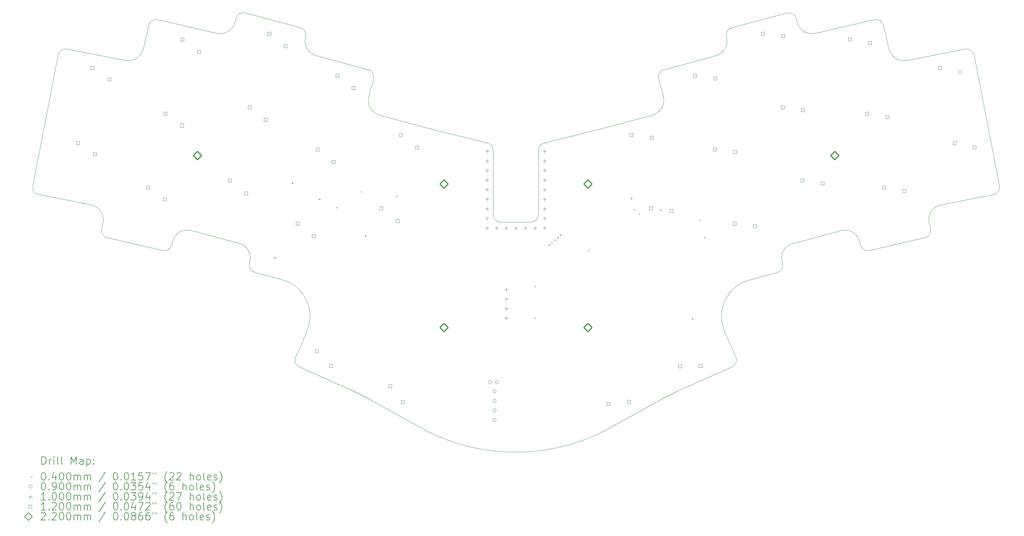
<source format=gbr>
%TF.GenerationSoftware,KiCad,Pcbnew,7.0.2-0*%
%TF.CreationDate,2023-09-16T10:11:10+01:00*%
%TF.ProjectId,buteo-mx,62757465-6f2d-46d7-982e-6b696361645f,0.0.1*%
%TF.SameCoordinates,Original*%
%TF.FileFunction,Drillmap*%
%TF.FilePolarity,Positive*%
%FSLAX45Y45*%
G04 Gerber Fmt 4.5, Leading zero omitted, Abs format (unit mm)*
G04 Created by KiCad (PCBNEW 7.0.2-0) date 2023-09-16 10:11:10*
%MOMM*%
%LPD*%
G01*
G04 APERTURE LIST*
%ADD10C,0.100000*%
%ADD11C,0.200000*%
%ADD12C,0.040000*%
%ADD13C,0.090000*%
%ADD14C,0.120000*%
%ADD15C,0.220000*%
G04 APERTURE END LIST*
D10*
X7501985Y-3951422D02*
X7501985Y-3951422D01*
G75*
G02*
X7746926Y-3810019I193175J-51768D01*
G01*
X9200770Y-4199554D01*
G75*
G02*
X9342187Y-4444529I-51730J-193166D01*
G01*
X9340362Y-4451340D01*
G75*
G03*
X9622920Y-4941214I386348J-103580D01*
G01*
X10996230Y-5310227D01*
G75*
G02*
X11137536Y-5555064I-51910J-193153D01*
G01*
X11012522Y-6022346D01*
G75*
G03*
X11295285Y-6512062I386408J-103384D01*
G01*
X12655474Y-6876977D01*
X14149377Y-7254079D01*
G75*
G02*
X14300427Y-7447996I-48947J-193921D01*
G01*
X14300427Y-9149608D01*
G75*
G03*
X14500428Y-9349608I200003J8D01*
G01*
X15294228Y-9349608D01*
G75*
G03*
X15494228Y-9149608I-8J200008D01*
G01*
X15494227Y-7448297D01*
G75*
G02*
X15645640Y-7254288I200013J-13D01*
G01*
X17156169Y-6875995D01*
X18514047Y-6512015D01*
G75*
G03*
X18796858Y-6022143I-103567J386365D01*
G01*
X18671671Y-5554859D01*
G75*
G02*
X18813048Y-5309930I193189J51759D01*
G01*
X20186387Y-4941598D01*
G75*
G03*
X20469233Y-4452075I-103617J386348D01*
G01*
X20467163Y-4444323D01*
G75*
G02*
X20608645Y-4199546I193207J51603D01*
G01*
X22062521Y-3810083D01*
G75*
G02*
X22307433Y-3951420I51739J-193207D01*
G01*
X22337354Y-4062882D01*
G75*
G03*
X22813485Y-4348967I386336J103722D01*
G01*
X24377589Y-3988594D01*
G75*
G02*
X24617371Y-4138511I44931J-194846D01*
G01*
X24761563Y-4763263D01*
G75*
G03*
X25227570Y-5065974I389767J89973D01*
G01*
X26775169Y-4765441D01*
G75*
G02*
X27009616Y-4923593I38121J-196340D01*
G01*
X27682778Y-8385024D01*
G75*
G02*
X27524645Y-8619524I-196318J-38176D01*
G01*
X26138925Y-8889083D01*
G75*
G03*
X25825547Y-9371669I76365J-392627D01*
G01*
X25860536Y-9523283D01*
G75*
G02*
X25710615Y-9763138I-194906J-44957D01*
G01*
X24244299Y-10101399D01*
G75*
G02*
X24004441Y-9951389I-44969J194869D01*
G01*
X23984820Y-9866168D01*
G75*
G03*
X23491467Y-9569549I-389810J-89752D01*
G01*
X22224746Y-9909049D01*
G75*
G03*
X21941847Y-10398641I103554J-386362D01*
G01*
X21951071Y-10433174D01*
G75*
G02*
X21809692Y-10677952I-193241J-51606D01*
G01*
X21638374Y-10723934D01*
X21074147Y-10874980D01*
G75*
G03*
X20418866Y-12246954I258593J-965980D01*
G01*
X20656092Y-12780946D01*
X20714944Y-12913604D01*
G75*
G02*
X20613682Y-13177326I-182814J-81106D01*
G01*
X19223111Y-13798336D01*
G75*
G03*
X18750921Y-14034656I2446819J-5478894D01*
G01*
X17225861Y-14883799D01*
G75*
G02*
X12566181Y-14889931I-2335923J4619160D01*
G01*
X11021766Y-14030746D01*
G75*
G03*
X10548814Y-13794297I-2916986J-5243404D01*
G01*
X9177077Y-13182499D01*
G75*
G02*
X9075842Y-12918475I81463J182659D01*
G01*
X9138009Y-12778888D01*
X9376095Y-12243697D01*
G75*
G03*
X8721423Y-10871362I-913667J406459D01*
G01*
X8156323Y-10719832D01*
X7999941Y-10677891D01*
G75*
G02*
X7858476Y-10433667I51229J192761D01*
G01*
X7867700Y-10399134D01*
G75*
G03*
X7584801Y-9909541I-386452J103228D01*
G01*
X6344689Y-9576858D01*
X6317911Y-9569708D01*
G75*
G03*
X5825012Y-9866017I-103187J-386467D01*
G01*
X5805144Y-9951899D01*
G75*
G02*
X5565297Y-10101697I-194864J45099D01*
G01*
X4098908Y-9763134D01*
G75*
G02*
X3949025Y-9523275I44972J194864D01*
G01*
X3983950Y-9371983D01*
G75*
G03*
X3670798Y-8889417I-389735J89980D01*
G01*
X2285146Y-8619064D01*
G75*
G02*
X2127116Y-8384625I38315J196304D01*
G01*
X2799536Y-4923260D01*
G75*
G02*
X3034018Y-4765072I196329J-38139D01*
G01*
X4582259Y-5065946D01*
G75*
G03*
X5048340Y-4763150I76301J392656D01*
G01*
X5192320Y-4138618D01*
G75*
G02*
X5432238Y-3988683I194890J-44932D01*
G01*
X6995456Y-4349913D01*
G75*
G03*
X7471875Y-4063748I90054J389743D01*
G01*
X7501985Y-3951422D01*
D11*
D12*
X8506992Y-10270877D02*
X8546992Y-10310877D01*
X8546992Y-10270877D02*
X8506992Y-10310877D01*
X8974180Y-8295484D02*
X9014180Y-8335484D01*
X9014180Y-8295484D02*
X8974180Y-8335484D01*
X9687983Y-8722497D02*
X9727983Y-8762497D01*
X9727983Y-8722497D02*
X9687983Y-8762497D01*
X10147019Y-8941207D02*
X10187019Y-8981207D01*
X10187019Y-8941207D02*
X10147019Y-8981207D01*
X10793043Y-8519235D02*
X10833043Y-8559235D01*
X10833043Y-8519235D02*
X10793043Y-8559235D01*
X10904745Y-9691727D02*
X10944745Y-9731727D01*
X10944745Y-9691727D02*
X10904745Y-9731727D01*
X11738444Y-8642935D02*
X11778444Y-8682935D01*
X11778444Y-8642935D02*
X11738444Y-8682935D01*
X15389928Y-11031750D02*
X15429928Y-11071750D01*
X15429928Y-11031750D02*
X15389928Y-11071750D01*
X15389928Y-11870750D02*
X15429928Y-11910750D01*
X15429928Y-11870750D02*
X15389928Y-11910750D01*
X15758216Y-9932636D02*
X15798216Y-9972636D01*
X15798216Y-9932636D02*
X15758216Y-9972636D01*
X15831715Y-9864901D02*
X15871715Y-9904901D01*
X15871715Y-9864901D02*
X15831715Y-9904901D01*
X15910853Y-9803815D02*
X15950853Y-9843815D01*
X15950853Y-9803815D02*
X15910853Y-9843815D01*
X15987310Y-9739435D02*
X16027310Y-9779435D01*
X16027310Y-9739435D02*
X15987310Y-9779435D01*
X16059761Y-9664979D02*
X16099761Y-9704979D01*
X16099761Y-9664979D02*
X16059761Y-9704979D01*
X16798500Y-10073500D02*
X16838500Y-10113500D01*
X16838500Y-10073500D02*
X16798500Y-10113500D01*
X17932013Y-8701749D02*
X17972013Y-8741749D01*
X17972013Y-8701749D02*
X17932013Y-8741749D01*
X18012246Y-9001186D02*
X18052246Y-9041186D01*
X18052246Y-9001186D02*
X18012246Y-9041186D01*
X18135415Y-9113122D02*
X18175415Y-9153122D01*
X18175415Y-9113122D02*
X18135415Y-9153122D01*
X18706004Y-9001645D02*
X18746004Y-9041645D01*
X18746004Y-9001645D02*
X18706004Y-9041645D01*
X19547916Y-11885000D02*
X19587916Y-11925000D01*
X19587916Y-11885000D02*
X19547916Y-11925000D01*
X19753737Y-9279954D02*
X19793737Y-9319954D01*
X19793737Y-9279954D02*
X19753737Y-9319954D01*
X19875382Y-9733940D02*
X19915382Y-9773940D01*
X19915382Y-9733940D02*
X19875382Y-9773940D01*
D13*
X14257500Y-13586000D02*
G75*
G03*
X14257500Y-13586000I-45000J0D01*
G01*
X14380000Y-13825000D02*
G75*
G03*
X14380000Y-13825000I-45000J0D01*
G01*
X14380000Y-14079000D02*
G75*
G03*
X14380000Y-14079000I-45000J0D01*
G01*
X14380000Y-14333000D02*
G75*
G03*
X14380000Y-14333000I-45000J0D01*
G01*
X14380000Y-14587000D02*
G75*
G03*
X14380000Y-14587000I-45000J0D01*
G01*
X14442500Y-13586000D02*
G75*
G03*
X14442500Y-13586000I-45000J0D01*
G01*
D10*
X14136928Y-7421750D02*
X14136928Y-7521750D01*
X14086928Y-7471750D02*
X14186928Y-7471750D01*
X14136928Y-7675750D02*
X14136928Y-7775750D01*
X14086928Y-7725750D02*
X14186928Y-7725750D01*
X14136928Y-7929750D02*
X14136928Y-8029750D01*
X14086928Y-7979750D02*
X14186928Y-7979750D01*
X14136928Y-8183750D02*
X14136928Y-8283750D01*
X14086928Y-8233750D02*
X14186928Y-8233750D01*
X14136928Y-8437750D02*
X14136928Y-8537750D01*
X14086928Y-8487750D02*
X14186928Y-8487750D01*
X14136928Y-8691750D02*
X14136928Y-8791750D01*
X14086928Y-8741750D02*
X14186928Y-8741750D01*
X14136928Y-8945750D02*
X14136928Y-9045750D01*
X14086928Y-8995750D02*
X14186928Y-8995750D01*
X14136928Y-9199750D02*
X14136928Y-9299750D01*
X14086928Y-9249750D02*
X14186928Y-9249750D01*
X14136928Y-9453750D02*
X14136928Y-9553750D01*
X14086928Y-9503750D02*
X14186928Y-9503750D01*
X14390928Y-9453750D02*
X14390928Y-9553750D01*
X14340928Y-9503750D02*
X14440928Y-9503750D01*
X14644928Y-9453750D02*
X14644928Y-9553750D01*
X14594928Y-9503750D02*
X14694928Y-9503750D01*
X14649818Y-11083819D02*
X14649818Y-11183819D01*
X14599818Y-11133819D02*
X14699818Y-11133819D01*
X14649818Y-11337819D02*
X14649818Y-11437819D01*
X14599818Y-11387819D02*
X14699818Y-11387819D01*
X14649818Y-11591819D02*
X14649818Y-11691819D01*
X14599818Y-11641819D02*
X14699818Y-11641819D01*
X14649818Y-11845819D02*
X14649818Y-11945819D01*
X14599818Y-11895819D02*
X14699818Y-11895819D01*
X14898928Y-9453750D02*
X14898928Y-9553750D01*
X14848928Y-9503750D02*
X14948928Y-9503750D01*
X15152928Y-9453750D02*
X15152928Y-9553750D01*
X15102928Y-9503750D02*
X15202928Y-9503750D01*
X15406928Y-9453750D02*
X15406928Y-9553750D01*
X15356928Y-9503750D02*
X15456928Y-9503750D01*
X15660928Y-7421750D02*
X15660928Y-7521750D01*
X15610928Y-7471750D02*
X15710928Y-7471750D01*
X15660928Y-7675750D02*
X15660928Y-7775750D01*
X15610928Y-7725750D02*
X15710928Y-7725750D01*
X15660928Y-7929750D02*
X15660928Y-8029750D01*
X15610928Y-7979750D02*
X15710928Y-7979750D01*
X15660928Y-8183750D02*
X15660928Y-8283750D01*
X15610928Y-8233750D02*
X15710928Y-8233750D01*
X15660928Y-8437750D02*
X15660928Y-8537750D01*
X15610928Y-8487750D02*
X15710928Y-8487750D01*
X15660928Y-8691750D02*
X15660928Y-8791750D01*
X15610928Y-8741750D02*
X15710928Y-8741750D01*
X15660928Y-8945750D02*
X15660928Y-9045750D01*
X15610928Y-8995750D02*
X15710928Y-8995750D01*
X15660928Y-9199750D02*
X15660928Y-9299750D01*
X15610928Y-9249750D02*
X15710928Y-9249750D01*
X15660928Y-9453750D02*
X15660928Y-9553750D01*
X15610928Y-9503750D02*
X15710928Y-9503750D01*
D14*
X3360110Y-7291817D02*
X3360110Y-7206964D01*
X3275256Y-7206964D01*
X3275256Y-7291817D01*
X3360110Y-7291817D01*
X3745945Y-5306867D02*
X3745945Y-5222013D01*
X3661092Y-5222013D01*
X3661092Y-5306867D01*
X3745945Y-5306867D01*
X3810854Y-7593364D02*
X3810854Y-7508510D01*
X3726000Y-7508510D01*
X3726000Y-7593364D01*
X3810854Y-7593364D01*
X4196689Y-5608413D02*
X4196689Y-5523560D01*
X4111836Y-5523560D01*
X4111836Y-5608413D01*
X4196689Y-5608413D01*
X5221478Y-8471879D02*
X5221478Y-8387025D01*
X5136625Y-8387025D01*
X5136625Y-8471879D01*
X5221478Y-8471879D01*
X5661423Y-8788972D02*
X5661423Y-8704118D01*
X5576570Y-8704118D01*
X5576570Y-8788972D01*
X5661423Y-8788972D01*
X5672865Y-6516708D02*
X5672865Y-6431854D01*
X5588011Y-6431854D01*
X5588011Y-6516708D01*
X5672865Y-6516708D01*
X6112810Y-6833801D02*
X6112810Y-6748947D01*
X6027957Y-6748947D01*
X6027957Y-6833801D01*
X6112810Y-6833801D01*
X6126106Y-4553503D02*
X6126106Y-4468649D01*
X6041253Y-4468649D01*
X6041253Y-4553503D01*
X6126106Y-4553503D01*
X6566052Y-4870596D02*
X6566052Y-4785742D01*
X6481198Y-4785742D01*
X6481198Y-4870596D01*
X6566052Y-4870596D01*
X7379829Y-8288522D02*
X7379829Y-8203668D01*
X7294975Y-8203668D01*
X7294975Y-8288522D01*
X7379829Y-8288522D01*
X7808440Y-8620776D02*
X7808440Y-8535922D01*
X7723586Y-8535922D01*
X7723586Y-8620776D01*
X7808440Y-8620776D01*
X7899832Y-6347842D02*
X7899832Y-6262988D01*
X7814979Y-6262988D01*
X7814979Y-6347842D01*
X7899832Y-6347842D01*
X8328443Y-6680096D02*
X8328443Y-6595242D01*
X8243590Y-6595242D01*
X8243590Y-6680096D01*
X8328443Y-6680096D01*
X8422366Y-4397348D02*
X8422366Y-4312495D01*
X8337513Y-4312495D01*
X8337513Y-4397348D01*
X8422366Y-4397348D01*
X8850977Y-4729602D02*
X8850977Y-4644749D01*
X8766124Y-4644749D01*
X8766124Y-4729602D01*
X8850977Y-4729602D01*
X9168427Y-9425176D02*
X9168427Y-9340322D01*
X9083573Y-9340322D01*
X9083573Y-9425176D01*
X9168427Y-9425176D01*
X9597038Y-9757430D02*
X9597038Y-9672576D01*
X9512184Y-9672576D01*
X9512184Y-9757430D01*
X9597038Y-9757430D01*
X9682793Y-12805189D02*
X9682793Y-12720335D01*
X9597940Y-12720335D01*
X9597940Y-12805189D01*
X9682793Y-12805189D01*
X9694347Y-7462414D02*
X9694347Y-7377561D01*
X9609493Y-7377561D01*
X9609493Y-7462414D01*
X9694347Y-7462414D01*
X10054151Y-13200402D02*
X10054151Y-13115548D01*
X9969298Y-13115548D01*
X9969298Y-13200402D01*
X10054151Y-13200402D01*
X10122958Y-7794668D02*
X10122958Y-7709815D01*
X10038104Y-7709815D01*
X10038104Y-7794668D01*
X10122958Y-7794668D01*
X10218093Y-5507767D02*
X10218093Y-5422913D01*
X10133239Y-5422913D01*
X10133239Y-5507767D01*
X10218093Y-5507767D01*
X10646704Y-5840021D02*
X10646704Y-5755167D01*
X10561850Y-5755167D01*
X10561850Y-5840021D01*
X10646704Y-5840021D01*
X11381000Y-9018784D02*
X11381000Y-8933930D01*
X11296146Y-8933930D01*
X11296146Y-9018784D01*
X11381000Y-9018784D01*
X11615831Y-13727492D02*
X11615831Y-13642638D01*
X11530977Y-13642638D01*
X11530977Y-13727492D01*
X11615831Y-13727492D01*
X11809611Y-9351038D02*
X11809611Y-9266184D01*
X11724757Y-9266184D01*
X11724757Y-9351038D01*
X11809611Y-9351038D01*
X11900246Y-7080558D02*
X11900246Y-6995704D01*
X11815392Y-6995704D01*
X11815392Y-7080558D01*
X11900246Y-7080558D01*
X11951331Y-14153566D02*
X11951331Y-14068713D01*
X11866477Y-14068713D01*
X11866477Y-14153566D01*
X11951331Y-14153566D01*
X12328857Y-7412812D02*
X12328857Y-7327958D01*
X12244003Y-7327958D01*
X12244003Y-7412812D01*
X12328857Y-7412812D01*
X17386299Y-14206250D02*
X17386299Y-14121396D01*
X17301446Y-14121396D01*
X17301446Y-14206250D01*
X17386299Y-14206250D01*
X17925419Y-14147515D02*
X17925419Y-14062662D01*
X17840566Y-14062662D01*
X17840566Y-14147515D01*
X17925419Y-14147515D01*
X17993801Y-7080558D02*
X17993801Y-6995704D01*
X17908948Y-6995704D01*
X17908948Y-7080558D01*
X17993801Y-7080558D01*
X18513248Y-9018785D02*
X18513248Y-8933931D01*
X18428395Y-8933931D01*
X18428395Y-9018785D01*
X18513248Y-9018785D01*
X18531116Y-7153993D02*
X18531116Y-7069139D01*
X18446263Y-7069139D01*
X18446263Y-7153993D01*
X18531116Y-7153993D01*
X19050563Y-9092219D02*
X19050563Y-9007366D01*
X18965710Y-9007366D01*
X18965710Y-9092219D01*
X19050563Y-9092219D01*
X19280411Y-13205873D02*
X19280411Y-13121019D01*
X19195557Y-13121019D01*
X19195557Y-13205873D01*
X19280411Y-13205873D01*
X19676155Y-5507767D02*
X19676155Y-5422913D01*
X19591302Y-5422913D01*
X19591302Y-5507767D01*
X19676155Y-5507767D01*
X19822598Y-13194349D02*
X19822598Y-13109496D01*
X19737745Y-13109496D01*
X19737745Y-13194349D01*
X19822598Y-13194349D01*
X20199902Y-7462415D02*
X20199902Y-7377561D01*
X20115048Y-7377561D01*
X20115048Y-7462415D01*
X20199902Y-7462415D01*
X20213470Y-5581202D02*
X20213470Y-5496348D01*
X20128616Y-5496348D01*
X20128616Y-5581202D01*
X20213470Y-5581202D01*
X20725822Y-9425176D02*
X20725822Y-9340322D01*
X20640968Y-9340322D01*
X20640968Y-9425176D01*
X20725822Y-9425176D01*
X20737216Y-7535849D02*
X20737216Y-7450996D01*
X20652363Y-7450996D01*
X20652363Y-7535849D01*
X20737216Y-7535849D01*
X21263137Y-9498610D02*
X21263137Y-9413757D01*
X21178283Y-9413757D01*
X21178283Y-9498610D01*
X21263137Y-9498610D01*
X21471782Y-4397348D02*
X21471782Y-4312494D01*
X21386928Y-4312494D01*
X21386928Y-4397348D01*
X21471782Y-4397348D01*
X21994415Y-6347842D02*
X21994415Y-6262988D01*
X21909562Y-6262988D01*
X21909562Y-6347842D01*
X21994415Y-6347842D01*
X22009097Y-4470783D02*
X22009097Y-4385929D01*
X21924243Y-4385929D01*
X21924243Y-4470783D01*
X22009097Y-4470783D01*
X22514419Y-8288522D02*
X22514419Y-8203668D01*
X22429565Y-8203668D01*
X22429565Y-8288522D01*
X22514419Y-8288522D01*
X22531730Y-6421277D02*
X22531730Y-6336423D01*
X22446877Y-6336423D01*
X22446877Y-6421277D01*
X22531730Y-6421277D01*
X23051734Y-8361957D02*
X23051734Y-8277103D01*
X22966880Y-8277103D01*
X22966880Y-8361957D01*
X23051734Y-8361957D01*
X23768141Y-4553502D02*
X23768141Y-4468649D01*
X23683288Y-4468649D01*
X23683288Y-4553502D01*
X23768141Y-4553502D01*
X24221383Y-6516708D02*
X24221383Y-6431854D01*
X24136529Y-6431854D01*
X24136529Y-6516708D01*
X24221383Y-6516708D01*
X24302566Y-4645645D02*
X24302566Y-4560791D01*
X24217712Y-4560791D01*
X24217712Y-4645645D01*
X24302566Y-4645645D01*
X24672770Y-8471879D02*
X24672770Y-8387025D01*
X24587916Y-8387025D01*
X24587916Y-8471879D01*
X24672770Y-8471879D01*
X24755808Y-6608850D02*
X24755808Y-6523996D01*
X24670954Y-6523996D01*
X24670954Y-6608850D01*
X24755808Y-6608850D01*
X25207195Y-8564021D02*
X25207195Y-8479167D01*
X25122341Y-8479167D01*
X25122341Y-8564021D01*
X25207195Y-8564021D01*
X26148303Y-5306868D02*
X26148303Y-5222014D01*
X26063449Y-5222014D01*
X26063449Y-5306868D01*
X26148303Y-5306868D01*
X26534138Y-7291818D02*
X26534138Y-7206964D01*
X26449284Y-7206964D01*
X26449284Y-7291818D01*
X26534138Y-7291818D01*
X26679186Y-5417605D02*
X26679186Y-5332751D01*
X26594332Y-5332751D01*
X26594332Y-5417605D01*
X26679186Y-5417605D01*
X27065021Y-7402555D02*
X27065021Y-7317701D01*
X26980168Y-7317701D01*
X26980168Y-7402555D01*
X27065021Y-7402555D01*
D15*
X6481500Y-7691000D02*
X6591500Y-7581000D01*
X6481500Y-7471000D01*
X6371500Y-7581000D01*
X6481500Y-7691000D01*
X12998500Y-12244000D02*
X13108500Y-12134000D01*
X12998500Y-12024000D01*
X12888500Y-12134000D01*
X12998500Y-12244000D01*
X12999500Y-8447000D02*
X13109500Y-8337000D01*
X12999500Y-8227000D01*
X12889500Y-8337000D01*
X12999500Y-8447000D01*
X16798500Y-8446000D02*
X16908500Y-8336000D01*
X16798500Y-8226000D01*
X16688500Y-8336000D01*
X16798500Y-8446000D01*
X16799500Y-12245000D02*
X16909500Y-12135000D01*
X16799500Y-12025000D01*
X16689500Y-12135000D01*
X16799500Y-12245000D01*
X23328500Y-7692000D02*
X23438500Y-7582000D01*
X23328500Y-7472000D01*
X23218500Y-7582000D01*
X23328500Y-7692000D01*
D11*
X2365865Y-15758222D02*
X2365865Y-15558222D01*
X2365865Y-15558222D02*
X2413484Y-15558222D01*
X2413484Y-15558222D02*
X2442055Y-15567746D01*
X2442055Y-15567746D02*
X2461103Y-15586793D01*
X2461103Y-15586793D02*
X2470627Y-15605841D01*
X2470627Y-15605841D02*
X2480151Y-15643936D01*
X2480151Y-15643936D02*
X2480151Y-15672507D01*
X2480151Y-15672507D02*
X2470627Y-15710603D01*
X2470627Y-15710603D02*
X2461103Y-15729650D01*
X2461103Y-15729650D02*
X2442055Y-15748698D01*
X2442055Y-15748698D02*
X2413484Y-15758222D01*
X2413484Y-15758222D02*
X2365865Y-15758222D01*
X2565865Y-15758222D02*
X2565865Y-15624888D01*
X2565865Y-15662984D02*
X2575389Y-15643936D01*
X2575389Y-15643936D02*
X2584912Y-15634412D01*
X2584912Y-15634412D02*
X2603960Y-15624888D01*
X2603960Y-15624888D02*
X2623008Y-15624888D01*
X2689674Y-15758222D02*
X2689674Y-15624888D01*
X2689674Y-15558222D02*
X2680151Y-15567746D01*
X2680151Y-15567746D02*
X2689674Y-15577269D01*
X2689674Y-15577269D02*
X2699198Y-15567746D01*
X2699198Y-15567746D02*
X2689674Y-15558222D01*
X2689674Y-15558222D02*
X2689674Y-15577269D01*
X2813484Y-15758222D02*
X2794436Y-15748698D01*
X2794436Y-15748698D02*
X2784912Y-15729650D01*
X2784912Y-15729650D02*
X2784912Y-15558222D01*
X2918246Y-15758222D02*
X2899198Y-15748698D01*
X2899198Y-15748698D02*
X2889674Y-15729650D01*
X2889674Y-15729650D02*
X2889674Y-15558222D01*
X3146817Y-15758222D02*
X3146817Y-15558222D01*
X3146817Y-15558222D02*
X3213484Y-15701079D01*
X3213484Y-15701079D02*
X3280150Y-15558222D01*
X3280150Y-15558222D02*
X3280150Y-15758222D01*
X3461103Y-15758222D02*
X3461103Y-15653460D01*
X3461103Y-15653460D02*
X3451579Y-15634412D01*
X3451579Y-15634412D02*
X3432531Y-15624888D01*
X3432531Y-15624888D02*
X3394436Y-15624888D01*
X3394436Y-15624888D02*
X3375389Y-15634412D01*
X3461103Y-15748698D02*
X3442055Y-15758222D01*
X3442055Y-15758222D02*
X3394436Y-15758222D01*
X3394436Y-15758222D02*
X3375389Y-15748698D01*
X3375389Y-15748698D02*
X3365865Y-15729650D01*
X3365865Y-15729650D02*
X3365865Y-15710603D01*
X3365865Y-15710603D02*
X3375389Y-15691555D01*
X3375389Y-15691555D02*
X3394436Y-15682031D01*
X3394436Y-15682031D02*
X3442055Y-15682031D01*
X3442055Y-15682031D02*
X3461103Y-15672507D01*
X3556341Y-15624888D02*
X3556341Y-15824888D01*
X3556341Y-15634412D02*
X3575389Y-15624888D01*
X3575389Y-15624888D02*
X3613484Y-15624888D01*
X3613484Y-15624888D02*
X3632531Y-15634412D01*
X3632531Y-15634412D02*
X3642055Y-15643936D01*
X3642055Y-15643936D02*
X3651579Y-15662984D01*
X3651579Y-15662984D02*
X3651579Y-15720126D01*
X3651579Y-15720126D02*
X3642055Y-15739174D01*
X3642055Y-15739174D02*
X3632531Y-15748698D01*
X3632531Y-15748698D02*
X3613484Y-15758222D01*
X3613484Y-15758222D02*
X3575389Y-15758222D01*
X3575389Y-15758222D02*
X3556341Y-15748698D01*
X3737293Y-15739174D02*
X3746817Y-15748698D01*
X3746817Y-15748698D02*
X3737293Y-15758222D01*
X3737293Y-15758222D02*
X3727770Y-15748698D01*
X3727770Y-15748698D02*
X3737293Y-15739174D01*
X3737293Y-15739174D02*
X3737293Y-15758222D01*
X3737293Y-15634412D02*
X3746817Y-15643936D01*
X3746817Y-15643936D02*
X3737293Y-15653460D01*
X3737293Y-15653460D02*
X3727770Y-15643936D01*
X3727770Y-15643936D02*
X3737293Y-15634412D01*
X3737293Y-15634412D02*
X3737293Y-15653460D01*
D12*
X2078246Y-16065698D02*
X2118246Y-16105698D01*
X2118246Y-16065698D02*
X2078246Y-16105698D01*
D11*
X2403960Y-15978222D02*
X2423008Y-15978222D01*
X2423008Y-15978222D02*
X2442055Y-15987746D01*
X2442055Y-15987746D02*
X2451579Y-15997269D01*
X2451579Y-15997269D02*
X2461103Y-16016317D01*
X2461103Y-16016317D02*
X2470627Y-16054412D01*
X2470627Y-16054412D02*
X2470627Y-16102031D01*
X2470627Y-16102031D02*
X2461103Y-16140126D01*
X2461103Y-16140126D02*
X2451579Y-16159174D01*
X2451579Y-16159174D02*
X2442055Y-16168698D01*
X2442055Y-16168698D02*
X2423008Y-16178222D01*
X2423008Y-16178222D02*
X2403960Y-16178222D01*
X2403960Y-16178222D02*
X2384912Y-16168698D01*
X2384912Y-16168698D02*
X2375389Y-16159174D01*
X2375389Y-16159174D02*
X2365865Y-16140126D01*
X2365865Y-16140126D02*
X2356341Y-16102031D01*
X2356341Y-16102031D02*
X2356341Y-16054412D01*
X2356341Y-16054412D02*
X2365865Y-16016317D01*
X2365865Y-16016317D02*
X2375389Y-15997269D01*
X2375389Y-15997269D02*
X2384912Y-15987746D01*
X2384912Y-15987746D02*
X2403960Y-15978222D01*
X2556341Y-16159174D02*
X2565865Y-16168698D01*
X2565865Y-16168698D02*
X2556341Y-16178222D01*
X2556341Y-16178222D02*
X2546817Y-16168698D01*
X2546817Y-16168698D02*
X2556341Y-16159174D01*
X2556341Y-16159174D02*
X2556341Y-16178222D01*
X2737293Y-16044888D02*
X2737293Y-16178222D01*
X2689674Y-15968698D02*
X2642055Y-16111555D01*
X2642055Y-16111555D02*
X2765865Y-16111555D01*
X2880150Y-15978222D02*
X2899198Y-15978222D01*
X2899198Y-15978222D02*
X2918246Y-15987746D01*
X2918246Y-15987746D02*
X2927770Y-15997269D01*
X2927770Y-15997269D02*
X2937293Y-16016317D01*
X2937293Y-16016317D02*
X2946817Y-16054412D01*
X2946817Y-16054412D02*
X2946817Y-16102031D01*
X2946817Y-16102031D02*
X2937293Y-16140126D01*
X2937293Y-16140126D02*
X2927770Y-16159174D01*
X2927770Y-16159174D02*
X2918246Y-16168698D01*
X2918246Y-16168698D02*
X2899198Y-16178222D01*
X2899198Y-16178222D02*
X2880150Y-16178222D01*
X2880150Y-16178222D02*
X2861103Y-16168698D01*
X2861103Y-16168698D02*
X2851579Y-16159174D01*
X2851579Y-16159174D02*
X2842055Y-16140126D01*
X2842055Y-16140126D02*
X2832531Y-16102031D01*
X2832531Y-16102031D02*
X2832531Y-16054412D01*
X2832531Y-16054412D02*
X2842055Y-16016317D01*
X2842055Y-16016317D02*
X2851579Y-15997269D01*
X2851579Y-15997269D02*
X2861103Y-15987746D01*
X2861103Y-15987746D02*
X2880150Y-15978222D01*
X3070627Y-15978222D02*
X3089674Y-15978222D01*
X3089674Y-15978222D02*
X3108722Y-15987746D01*
X3108722Y-15987746D02*
X3118246Y-15997269D01*
X3118246Y-15997269D02*
X3127770Y-16016317D01*
X3127770Y-16016317D02*
X3137293Y-16054412D01*
X3137293Y-16054412D02*
X3137293Y-16102031D01*
X3137293Y-16102031D02*
X3127770Y-16140126D01*
X3127770Y-16140126D02*
X3118246Y-16159174D01*
X3118246Y-16159174D02*
X3108722Y-16168698D01*
X3108722Y-16168698D02*
X3089674Y-16178222D01*
X3089674Y-16178222D02*
X3070627Y-16178222D01*
X3070627Y-16178222D02*
X3051579Y-16168698D01*
X3051579Y-16168698D02*
X3042055Y-16159174D01*
X3042055Y-16159174D02*
X3032531Y-16140126D01*
X3032531Y-16140126D02*
X3023008Y-16102031D01*
X3023008Y-16102031D02*
X3023008Y-16054412D01*
X3023008Y-16054412D02*
X3032531Y-16016317D01*
X3032531Y-16016317D02*
X3042055Y-15997269D01*
X3042055Y-15997269D02*
X3051579Y-15987746D01*
X3051579Y-15987746D02*
X3070627Y-15978222D01*
X3223008Y-16178222D02*
X3223008Y-16044888D01*
X3223008Y-16063936D02*
X3232531Y-16054412D01*
X3232531Y-16054412D02*
X3251579Y-16044888D01*
X3251579Y-16044888D02*
X3280151Y-16044888D01*
X3280151Y-16044888D02*
X3299198Y-16054412D01*
X3299198Y-16054412D02*
X3308722Y-16073460D01*
X3308722Y-16073460D02*
X3308722Y-16178222D01*
X3308722Y-16073460D02*
X3318246Y-16054412D01*
X3318246Y-16054412D02*
X3337293Y-16044888D01*
X3337293Y-16044888D02*
X3365865Y-16044888D01*
X3365865Y-16044888D02*
X3384912Y-16054412D01*
X3384912Y-16054412D02*
X3394436Y-16073460D01*
X3394436Y-16073460D02*
X3394436Y-16178222D01*
X3489674Y-16178222D02*
X3489674Y-16044888D01*
X3489674Y-16063936D02*
X3499198Y-16054412D01*
X3499198Y-16054412D02*
X3518246Y-16044888D01*
X3518246Y-16044888D02*
X3546817Y-16044888D01*
X3546817Y-16044888D02*
X3565865Y-16054412D01*
X3565865Y-16054412D02*
X3575389Y-16073460D01*
X3575389Y-16073460D02*
X3575389Y-16178222D01*
X3575389Y-16073460D02*
X3584912Y-16054412D01*
X3584912Y-16054412D02*
X3603960Y-16044888D01*
X3603960Y-16044888D02*
X3632531Y-16044888D01*
X3632531Y-16044888D02*
X3651579Y-16054412D01*
X3651579Y-16054412D02*
X3661103Y-16073460D01*
X3661103Y-16073460D02*
X3661103Y-16178222D01*
X4051579Y-15968698D02*
X3880151Y-16225841D01*
X4308722Y-15978222D02*
X4327770Y-15978222D01*
X4327770Y-15978222D02*
X4346817Y-15987746D01*
X4346817Y-15987746D02*
X4356341Y-15997269D01*
X4356341Y-15997269D02*
X4365865Y-16016317D01*
X4365865Y-16016317D02*
X4375389Y-16054412D01*
X4375389Y-16054412D02*
X4375389Y-16102031D01*
X4375389Y-16102031D02*
X4365865Y-16140126D01*
X4365865Y-16140126D02*
X4356341Y-16159174D01*
X4356341Y-16159174D02*
X4346817Y-16168698D01*
X4346817Y-16168698D02*
X4327770Y-16178222D01*
X4327770Y-16178222D02*
X4308722Y-16178222D01*
X4308722Y-16178222D02*
X4289675Y-16168698D01*
X4289675Y-16168698D02*
X4280151Y-16159174D01*
X4280151Y-16159174D02*
X4270627Y-16140126D01*
X4270627Y-16140126D02*
X4261103Y-16102031D01*
X4261103Y-16102031D02*
X4261103Y-16054412D01*
X4261103Y-16054412D02*
X4270627Y-16016317D01*
X4270627Y-16016317D02*
X4280151Y-15997269D01*
X4280151Y-15997269D02*
X4289675Y-15987746D01*
X4289675Y-15987746D02*
X4308722Y-15978222D01*
X4461103Y-16159174D02*
X4470627Y-16168698D01*
X4470627Y-16168698D02*
X4461103Y-16178222D01*
X4461103Y-16178222D02*
X4451579Y-16168698D01*
X4451579Y-16168698D02*
X4461103Y-16159174D01*
X4461103Y-16159174D02*
X4461103Y-16178222D01*
X4594436Y-15978222D02*
X4613484Y-15978222D01*
X4613484Y-15978222D02*
X4632532Y-15987746D01*
X4632532Y-15987746D02*
X4642056Y-15997269D01*
X4642056Y-15997269D02*
X4651579Y-16016317D01*
X4651579Y-16016317D02*
X4661103Y-16054412D01*
X4661103Y-16054412D02*
X4661103Y-16102031D01*
X4661103Y-16102031D02*
X4651579Y-16140126D01*
X4651579Y-16140126D02*
X4642056Y-16159174D01*
X4642056Y-16159174D02*
X4632532Y-16168698D01*
X4632532Y-16168698D02*
X4613484Y-16178222D01*
X4613484Y-16178222D02*
X4594436Y-16178222D01*
X4594436Y-16178222D02*
X4575389Y-16168698D01*
X4575389Y-16168698D02*
X4565865Y-16159174D01*
X4565865Y-16159174D02*
X4556341Y-16140126D01*
X4556341Y-16140126D02*
X4546817Y-16102031D01*
X4546817Y-16102031D02*
X4546817Y-16054412D01*
X4546817Y-16054412D02*
X4556341Y-16016317D01*
X4556341Y-16016317D02*
X4565865Y-15997269D01*
X4565865Y-15997269D02*
X4575389Y-15987746D01*
X4575389Y-15987746D02*
X4594436Y-15978222D01*
X4851579Y-16178222D02*
X4737294Y-16178222D01*
X4794436Y-16178222D02*
X4794436Y-15978222D01*
X4794436Y-15978222D02*
X4775389Y-16006793D01*
X4775389Y-16006793D02*
X4756341Y-16025841D01*
X4756341Y-16025841D02*
X4737294Y-16035365D01*
X5032532Y-15978222D02*
X4937294Y-15978222D01*
X4937294Y-15978222D02*
X4927770Y-16073460D01*
X4927770Y-16073460D02*
X4937294Y-16063936D01*
X4937294Y-16063936D02*
X4956341Y-16054412D01*
X4956341Y-16054412D02*
X5003960Y-16054412D01*
X5003960Y-16054412D02*
X5023008Y-16063936D01*
X5023008Y-16063936D02*
X5032532Y-16073460D01*
X5032532Y-16073460D02*
X5042056Y-16092507D01*
X5042056Y-16092507D02*
X5042056Y-16140126D01*
X5042056Y-16140126D02*
X5032532Y-16159174D01*
X5032532Y-16159174D02*
X5023008Y-16168698D01*
X5023008Y-16168698D02*
X5003960Y-16178222D01*
X5003960Y-16178222D02*
X4956341Y-16178222D01*
X4956341Y-16178222D02*
X4937294Y-16168698D01*
X4937294Y-16168698D02*
X4927770Y-16159174D01*
X5108722Y-15978222D02*
X5242056Y-15978222D01*
X5242056Y-15978222D02*
X5156341Y-16178222D01*
X5308722Y-15978222D02*
X5308722Y-16016317D01*
X5384913Y-15978222D02*
X5384913Y-16016317D01*
X5680151Y-16254412D02*
X5670627Y-16244888D01*
X5670627Y-16244888D02*
X5651579Y-16216317D01*
X5651579Y-16216317D02*
X5642056Y-16197269D01*
X5642056Y-16197269D02*
X5632532Y-16168698D01*
X5632532Y-16168698D02*
X5623008Y-16121079D01*
X5623008Y-16121079D02*
X5623008Y-16082984D01*
X5623008Y-16082984D02*
X5632532Y-16035365D01*
X5632532Y-16035365D02*
X5642056Y-16006793D01*
X5642056Y-16006793D02*
X5651579Y-15987746D01*
X5651579Y-15987746D02*
X5670627Y-15959174D01*
X5670627Y-15959174D02*
X5680151Y-15949650D01*
X5746817Y-15997269D02*
X5756341Y-15987746D01*
X5756341Y-15987746D02*
X5775389Y-15978222D01*
X5775389Y-15978222D02*
X5823008Y-15978222D01*
X5823008Y-15978222D02*
X5842056Y-15987746D01*
X5842056Y-15987746D02*
X5851579Y-15997269D01*
X5851579Y-15997269D02*
X5861103Y-16016317D01*
X5861103Y-16016317D02*
X5861103Y-16035365D01*
X5861103Y-16035365D02*
X5851579Y-16063936D01*
X5851579Y-16063936D02*
X5737294Y-16178222D01*
X5737294Y-16178222D02*
X5861103Y-16178222D01*
X5937294Y-15997269D02*
X5946817Y-15987746D01*
X5946817Y-15987746D02*
X5965865Y-15978222D01*
X5965865Y-15978222D02*
X6013484Y-15978222D01*
X6013484Y-15978222D02*
X6032532Y-15987746D01*
X6032532Y-15987746D02*
X6042056Y-15997269D01*
X6042056Y-15997269D02*
X6051579Y-16016317D01*
X6051579Y-16016317D02*
X6051579Y-16035365D01*
X6051579Y-16035365D02*
X6042056Y-16063936D01*
X6042056Y-16063936D02*
X5927770Y-16178222D01*
X5927770Y-16178222D02*
X6051579Y-16178222D01*
X6289675Y-16178222D02*
X6289675Y-15978222D01*
X6375389Y-16178222D02*
X6375389Y-16073460D01*
X6375389Y-16073460D02*
X6365865Y-16054412D01*
X6365865Y-16054412D02*
X6346818Y-16044888D01*
X6346818Y-16044888D02*
X6318246Y-16044888D01*
X6318246Y-16044888D02*
X6299198Y-16054412D01*
X6299198Y-16054412D02*
X6289675Y-16063936D01*
X6499198Y-16178222D02*
X6480151Y-16168698D01*
X6480151Y-16168698D02*
X6470627Y-16159174D01*
X6470627Y-16159174D02*
X6461103Y-16140126D01*
X6461103Y-16140126D02*
X6461103Y-16082984D01*
X6461103Y-16082984D02*
X6470627Y-16063936D01*
X6470627Y-16063936D02*
X6480151Y-16054412D01*
X6480151Y-16054412D02*
X6499198Y-16044888D01*
X6499198Y-16044888D02*
X6527770Y-16044888D01*
X6527770Y-16044888D02*
X6546818Y-16054412D01*
X6546818Y-16054412D02*
X6556341Y-16063936D01*
X6556341Y-16063936D02*
X6565865Y-16082984D01*
X6565865Y-16082984D02*
X6565865Y-16140126D01*
X6565865Y-16140126D02*
X6556341Y-16159174D01*
X6556341Y-16159174D02*
X6546818Y-16168698D01*
X6546818Y-16168698D02*
X6527770Y-16178222D01*
X6527770Y-16178222D02*
X6499198Y-16178222D01*
X6680151Y-16178222D02*
X6661103Y-16168698D01*
X6661103Y-16168698D02*
X6651579Y-16149650D01*
X6651579Y-16149650D02*
X6651579Y-15978222D01*
X6832532Y-16168698D02*
X6813484Y-16178222D01*
X6813484Y-16178222D02*
X6775389Y-16178222D01*
X6775389Y-16178222D02*
X6756341Y-16168698D01*
X6756341Y-16168698D02*
X6746818Y-16149650D01*
X6746818Y-16149650D02*
X6746818Y-16073460D01*
X6746818Y-16073460D02*
X6756341Y-16054412D01*
X6756341Y-16054412D02*
X6775389Y-16044888D01*
X6775389Y-16044888D02*
X6813484Y-16044888D01*
X6813484Y-16044888D02*
X6832532Y-16054412D01*
X6832532Y-16054412D02*
X6842056Y-16073460D01*
X6842056Y-16073460D02*
X6842056Y-16092507D01*
X6842056Y-16092507D02*
X6746818Y-16111555D01*
X6918246Y-16168698D02*
X6937294Y-16178222D01*
X6937294Y-16178222D02*
X6975389Y-16178222D01*
X6975389Y-16178222D02*
X6994437Y-16168698D01*
X6994437Y-16168698D02*
X7003960Y-16149650D01*
X7003960Y-16149650D02*
X7003960Y-16140126D01*
X7003960Y-16140126D02*
X6994437Y-16121079D01*
X6994437Y-16121079D02*
X6975389Y-16111555D01*
X6975389Y-16111555D02*
X6946818Y-16111555D01*
X6946818Y-16111555D02*
X6927770Y-16102031D01*
X6927770Y-16102031D02*
X6918246Y-16082984D01*
X6918246Y-16082984D02*
X6918246Y-16073460D01*
X6918246Y-16073460D02*
X6927770Y-16054412D01*
X6927770Y-16054412D02*
X6946818Y-16044888D01*
X6946818Y-16044888D02*
X6975389Y-16044888D01*
X6975389Y-16044888D02*
X6994437Y-16054412D01*
X7070627Y-16254412D02*
X7080151Y-16244888D01*
X7080151Y-16244888D02*
X7099199Y-16216317D01*
X7099199Y-16216317D02*
X7108722Y-16197269D01*
X7108722Y-16197269D02*
X7118246Y-16168698D01*
X7118246Y-16168698D02*
X7127770Y-16121079D01*
X7127770Y-16121079D02*
X7127770Y-16082984D01*
X7127770Y-16082984D02*
X7118246Y-16035365D01*
X7118246Y-16035365D02*
X7108722Y-16006793D01*
X7108722Y-16006793D02*
X7099199Y-15987746D01*
X7099199Y-15987746D02*
X7080151Y-15959174D01*
X7080151Y-15959174D02*
X7070627Y-15949650D01*
D13*
X2118246Y-16349698D02*
G75*
G03*
X2118246Y-16349698I-45000J0D01*
G01*
D11*
X2403960Y-16242222D02*
X2423008Y-16242222D01*
X2423008Y-16242222D02*
X2442055Y-16251746D01*
X2442055Y-16251746D02*
X2451579Y-16261269D01*
X2451579Y-16261269D02*
X2461103Y-16280317D01*
X2461103Y-16280317D02*
X2470627Y-16318412D01*
X2470627Y-16318412D02*
X2470627Y-16366031D01*
X2470627Y-16366031D02*
X2461103Y-16404126D01*
X2461103Y-16404126D02*
X2451579Y-16423174D01*
X2451579Y-16423174D02*
X2442055Y-16432698D01*
X2442055Y-16432698D02*
X2423008Y-16442222D01*
X2423008Y-16442222D02*
X2403960Y-16442222D01*
X2403960Y-16442222D02*
X2384912Y-16432698D01*
X2384912Y-16432698D02*
X2375389Y-16423174D01*
X2375389Y-16423174D02*
X2365865Y-16404126D01*
X2365865Y-16404126D02*
X2356341Y-16366031D01*
X2356341Y-16366031D02*
X2356341Y-16318412D01*
X2356341Y-16318412D02*
X2365865Y-16280317D01*
X2365865Y-16280317D02*
X2375389Y-16261269D01*
X2375389Y-16261269D02*
X2384912Y-16251746D01*
X2384912Y-16251746D02*
X2403960Y-16242222D01*
X2556341Y-16423174D02*
X2565865Y-16432698D01*
X2565865Y-16432698D02*
X2556341Y-16442222D01*
X2556341Y-16442222D02*
X2546817Y-16432698D01*
X2546817Y-16432698D02*
X2556341Y-16423174D01*
X2556341Y-16423174D02*
X2556341Y-16442222D01*
X2661103Y-16442222D02*
X2699198Y-16442222D01*
X2699198Y-16442222D02*
X2718246Y-16432698D01*
X2718246Y-16432698D02*
X2727770Y-16423174D01*
X2727770Y-16423174D02*
X2746817Y-16394603D01*
X2746817Y-16394603D02*
X2756341Y-16356507D01*
X2756341Y-16356507D02*
X2756341Y-16280317D01*
X2756341Y-16280317D02*
X2746817Y-16261269D01*
X2746817Y-16261269D02*
X2737293Y-16251746D01*
X2737293Y-16251746D02*
X2718246Y-16242222D01*
X2718246Y-16242222D02*
X2680151Y-16242222D01*
X2680151Y-16242222D02*
X2661103Y-16251746D01*
X2661103Y-16251746D02*
X2651579Y-16261269D01*
X2651579Y-16261269D02*
X2642055Y-16280317D01*
X2642055Y-16280317D02*
X2642055Y-16327936D01*
X2642055Y-16327936D02*
X2651579Y-16346984D01*
X2651579Y-16346984D02*
X2661103Y-16356507D01*
X2661103Y-16356507D02*
X2680151Y-16366031D01*
X2680151Y-16366031D02*
X2718246Y-16366031D01*
X2718246Y-16366031D02*
X2737293Y-16356507D01*
X2737293Y-16356507D02*
X2746817Y-16346984D01*
X2746817Y-16346984D02*
X2756341Y-16327936D01*
X2880150Y-16242222D02*
X2899198Y-16242222D01*
X2899198Y-16242222D02*
X2918246Y-16251746D01*
X2918246Y-16251746D02*
X2927770Y-16261269D01*
X2927770Y-16261269D02*
X2937293Y-16280317D01*
X2937293Y-16280317D02*
X2946817Y-16318412D01*
X2946817Y-16318412D02*
X2946817Y-16366031D01*
X2946817Y-16366031D02*
X2937293Y-16404126D01*
X2937293Y-16404126D02*
X2927770Y-16423174D01*
X2927770Y-16423174D02*
X2918246Y-16432698D01*
X2918246Y-16432698D02*
X2899198Y-16442222D01*
X2899198Y-16442222D02*
X2880150Y-16442222D01*
X2880150Y-16442222D02*
X2861103Y-16432698D01*
X2861103Y-16432698D02*
X2851579Y-16423174D01*
X2851579Y-16423174D02*
X2842055Y-16404126D01*
X2842055Y-16404126D02*
X2832531Y-16366031D01*
X2832531Y-16366031D02*
X2832531Y-16318412D01*
X2832531Y-16318412D02*
X2842055Y-16280317D01*
X2842055Y-16280317D02*
X2851579Y-16261269D01*
X2851579Y-16261269D02*
X2861103Y-16251746D01*
X2861103Y-16251746D02*
X2880150Y-16242222D01*
X3070627Y-16242222D02*
X3089674Y-16242222D01*
X3089674Y-16242222D02*
X3108722Y-16251746D01*
X3108722Y-16251746D02*
X3118246Y-16261269D01*
X3118246Y-16261269D02*
X3127770Y-16280317D01*
X3127770Y-16280317D02*
X3137293Y-16318412D01*
X3137293Y-16318412D02*
X3137293Y-16366031D01*
X3137293Y-16366031D02*
X3127770Y-16404126D01*
X3127770Y-16404126D02*
X3118246Y-16423174D01*
X3118246Y-16423174D02*
X3108722Y-16432698D01*
X3108722Y-16432698D02*
X3089674Y-16442222D01*
X3089674Y-16442222D02*
X3070627Y-16442222D01*
X3070627Y-16442222D02*
X3051579Y-16432698D01*
X3051579Y-16432698D02*
X3042055Y-16423174D01*
X3042055Y-16423174D02*
X3032531Y-16404126D01*
X3032531Y-16404126D02*
X3023008Y-16366031D01*
X3023008Y-16366031D02*
X3023008Y-16318412D01*
X3023008Y-16318412D02*
X3032531Y-16280317D01*
X3032531Y-16280317D02*
X3042055Y-16261269D01*
X3042055Y-16261269D02*
X3051579Y-16251746D01*
X3051579Y-16251746D02*
X3070627Y-16242222D01*
X3223008Y-16442222D02*
X3223008Y-16308888D01*
X3223008Y-16327936D02*
X3232531Y-16318412D01*
X3232531Y-16318412D02*
X3251579Y-16308888D01*
X3251579Y-16308888D02*
X3280151Y-16308888D01*
X3280151Y-16308888D02*
X3299198Y-16318412D01*
X3299198Y-16318412D02*
X3308722Y-16337460D01*
X3308722Y-16337460D02*
X3308722Y-16442222D01*
X3308722Y-16337460D02*
X3318246Y-16318412D01*
X3318246Y-16318412D02*
X3337293Y-16308888D01*
X3337293Y-16308888D02*
X3365865Y-16308888D01*
X3365865Y-16308888D02*
X3384912Y-16318412D01*
X3384912Y-16318412D02*
X3394436Y-16337460D01*
X3394436Y-16337460D02*
X3394436Y-16442222D01*
X3489674Y-16442222D02*
X3489674Y-16308888D01*
X3489674Y-16327936D02*
X3499198Y-16318412D01*
X3499198Y-16318412D02*
X3518246Y-16308888D01*
X3518246Y-16308888D02*
X3546817Y-16308888D01*
X3546817Y-16308888D02*
X3565865Y-16318412D01*
X3565865Y-16318412D02*
X3575389Y-16337460D01*
X3575389Y-16337460D02*
X3575389Y-16442222D01*
X3575389Y-16337460D02*
X3584912Y-16318412D01*
X3584912Y-16318412D02*
X3603960Y-16308888D01*
X3603960Y-16308888D02*
X3632531Y-16308888D01*
X3632531Y-16308888D02*
X3651579Y-16318412D01*
X3651579Y-16318412D02*
X3661103Y-16337460D01*
X3661103Y-16337460D02*
X3661103Y-16442222D01*
X4051579Y-16232698D02*
X3880151Y-16489841D01*
X4308722Y-16242222D02*
X4327770Y-16242222D01*
X4327770Y-16242222D02*
X4346817Y-16251746D01*
X4346817Y-16251746D02*
X4356341Y-16261269D01*
X4356341Y-16261269D02*
X4365865Y-16280317D01*
X4365865Y-16280317D02*
X4375389Y-16318412D01*
X4375389Y-16318412D02*
X4375389Y-16366031D01*
X4375389Y-16366031D02*
X4365865Y-16404126D01*
X4365865Y-16404126D02*
X4356341Y-16423174D01*
X4356341Y-16423174D02*
X4346817Y-16432698D01*
X4346817Y-16432698D02*
X4327770Y-16442222D01*
X4327770Y-16442222D02*
X4308722Y-16442222D01*
X4308722Y-16442222D02*
X4289675Y-16432698D01*
X4289675Y-16432698D02*
X4280151Y-16423174D01*
X4280151Y-16423174D02*
X4270627Y-16404126D01*
X4270627Y-16404126D02*
X4261103Y-16366031D01*
X4261103Y-16366031D02*
X4261103Y-16318412D01*
X4261103Y-16318412D02*
X4270627Y-16280317D01*
X4270627Y-16280317D02*
X4280151Y-16261269D01*
X4280151Y-16261269D02*
X4289675Y-16251746D01*
X4289675Y-16251746D02*
X4308722Y-16242222D01*
X4461103Y-16423174D02*
X4470627Y-16432698D01*
X4470627Y-16432698D02*
X4461103Y-16442222D01*
X4461103Y-16442222D02*
X4451579Y-16432698D01*
X4451579Y-16432698D02*
X4461103Y-16423174D01*
X4461103Y-16423174D02*
X4461103Y-16442222D01*
X4594436Y-16242222D02*
X4613484Y-16242222D01*
X4613484Y-16242222D02*
X4632532Y-16251746D01*
X4632532Y-16251746D02*
X4642056Y-16261269D01*
X4642056Y-16261269D02*
X4651579Y-16280317D01*
X4651579Y-16280317D02*
X4661103Y-16318412D01*
X4661103Y-16318412D02*
X4661103Y-16366031D01*
X4661103Y-16366031D02*
X4651579Y-16404126D01*
X4651579Y-16404126D02*
X4642056Y-16423174D01*
X4642056Y-16423174D02*
X4632532Y-16432698D01*
X4632532Y-16432698D02*
X4613484Y-16442222D01*
X4613484Y-16442222D02*
X4594436Y-16442222D01*
X4594436Y-16442222D02*
X4575389Y-16432698D01*
X4575389Y-16432698D02*
X4565865Y-16423174D01*
X4565865Y-16423174D02*
X4556341Y-16404126D01*
X4556341Y-16404126D02*
X4546817Y-16366031D01*
X4546817Y-16366031D02*
X4546817Y-16318412D01*
X4546817Y-16318412D02*
X4556341Y-16280317D01*
X4556341Y-16280317D02*
X4565865Y-16261269D01*
X4565865Y-16261269D02*
X4575389Y-16251746D01*
X4575389Y-16251746D02*
X4594436Y-16242222D01*
X4727770Y-16242222D02*
X4851579Y-16242222D01*
X4851579Y-16242222D02*
X4784913Y-16318412D01*
X4784913Y-16318412D02*
X4813484Y-16318412D01*
X4813484Y-16318412D02*
X4832532Y-16327936D01*
X4832532Y-16327936D02*
X4842056Y-16337460D01*
X4842056Y-16337460D02*
X4851579Y-16356507D01*
X4851579Y-16356507D02*
X4851579Y-16404126D01*
X4851579Y-16404126D02*
X4842056Y-16423174D01*
X4842056Y-16423174D02*
X4832532Y-16432698D01*
X4832532Y-16432698D02*
X4813484Y-16442222D01*
X4813484Y-16442222D02*
X4756341Y-16442222D01*
X4756341Y-16442222D02*
X4737294Y-16432698D01*
X4737294Y-16432698D02*
X4727770Y-16423174D01*
X5032532Y-16242222D02*
X4937294Y-16242222D01*
X4937294Y-16242222D02*
X4927770Y-16337460D01*
X4927770Y-16337460D02*
X4937294Y-16327936D01*
X4937294Y-16327936D02*
X4956341Y-16318412D01*
X4956341Y-16318412D02*
X5003960Y-16318412D01*
X5003960Y-16318412D02*
X5023008Y-16327936D01*
X5023008Y-16327936D02*
X5032532Y-16337460D01*
X5032532Y-16337460D02*
X5042056Y-16356507D01*
X5042056Y-16356507D02*
X5042056Y-16404126D01*
X5042056Y-16404126D02*
X5032532Y-16423174D01*
X5032532Y-16423174D02*
X5023008Y-16432698D01*
X5023008Y-16432698D02*
X5003960Y-16442222D01*
X5003960Y-16442222D02*
X4956341Y-16442222D01*
X4956341Y-16442222D02*
X4937294Y-16432698D01*
X4937294Y-16432698D02*
X4927770Y-16423174D01*
X5213484Y-16308888D02*
X5213484Y-16442222D01*
X5165865Y-16232698D02*
X5118246Y-16375555D01*
X5118246Y-16375555D02*
X5242056Y-16375555D01*
X5308722Y-16242222D02*
X5308722Y-16280317D01*
X5384913Y-16242222D02*
X5384913Y-16280317D01*
X5680151Y-16518412D02*
X5670627Y-16508888D01*
X5670627Y-16508888D02*
X5651579Y-16480317D01*
X5651579Y-16480317D02*
X5642056Y-16461269D01*
X5642056Y-16461269D02*
X5632532Y-16432698D01*
X5632532Y-16432698D02*
X5623008Y-16385079D01*
X5623008Y-16385079D02*
X5623008Y-16346984D01*
X5623008Y-16346984D02*
X5632532Y-16299365D01*
X5632532Y-16299365D02*
X5642056Y-16270793D01*
X5642056Y-16270793D02*
X5651579Y-16251746D01*
X5651579Y-16251746D02*
X5670627Y-16223174D01*
X5670627Y-16223174D02*
X5680151Y-16213650D01*
X5842056Y-16242222D02*
X5803960Y-16242222D01*
X5803960Y-16242222D02*
X5784913Y-16251746D01*
X5784913Y-16251746D02*
X5775389Y-16261269D01*
X5775389Y-16261269D02*
X5756341Y-16289841D01*
X5756341Y-16289841D02*
X5746817Y-16327936D01*
X5746817Y-16327936D02*
X5746817Y-16404126D01*
X5746817Y-16404126D02*
X5756341Y-16423174D01*
X5756341Y-16423174D02*
X5765865Y-16432698D01*
X5765865Y-16432698D02*
X5784913Y-16442222D01*
X5784913Y-16442222D02*
X5823008Y-16442222D01*
X5823008Y-16442222D02*
X5842056Y-16432698D01*
X5842056Y-16432698D02*
X5851579Y-16423174D01*
X5851579Y-16423174D02*
X5861103Y-16404126D01*
X5861103Y-16404126D02*
X5861103Y-16356507D01*
X5861103Y-16356507D02*
X5851579Y-16337460D01*
X5851579Y-16337460D02*
X5842056Y-16327936D01*
X5842056Y-16327936D02*
X5823008Y-16318412D01*
X5823008Y-16318412D02*
X5784913Y-16318412D01*
X5784913Y-16318412D02*
X5765865Y-16327936D01*
X5765865Y-16327936D02*
X5756341Y-16337460D01*
X5756341Y-16337460D02*
X5746817Y-16356507D01*
X6099198Y-16442222D02*
X6099198Y-16242222D01*
X6184913Y-16442222D02*
X6184913Y-16337460D01*
X6184913Y-16337460D02*
X6175389Y-16318412D01*
X6175389Y-16318412D02*
X6156341Y-16308888D01*
X6156341Y-16308888D02*
X6127770Y-16308888D01*
X6127770Y-16308888D02*
X6108722Y-16318412D01*
X6108722Y-16318412D02*
X6099198Y-16327936D01*
X6308722Y-16442222D02*
X6289675Y-16432698D01*
X6289675Y-16432698D02*
X6280151Y-16423174D01*
X6280151Y-16423174D02*
X6270627Y-16404126D01*
X6270627Y-16404126D02*
X6270627Y-16346984D01*
X6270627Y-16346984D02*
X6280151Y-16327936D01*
X6280151Y-16327936D02*
X6289675Y-16318412D01*
X6289675Y-16318412D02*
X6308722Y-16308888D01*
X6308722Y-16308888D02*
X6337294Y-16308888D01*
X6337294Y-16308888D02*
X6356341Y-16318412D01*
X6356341Y-16318412D02*
X6365865Y-16327936D01*
X6365865Y-16327936D02*
X6375389Y-16346984D01*
X6375389Y-16346984D02*
X6375389Y-16404126D01*
X6375389Y-16404126D02*
X6365865Y-16423174D01*
X6365865Y-16423174D02*
X6356341Y-16432698D01*
X6356341Y-16432698D02*
X6337294Y-16442222D01*
X6337294Y-16442222D02*
X6308722Y-16442222D01*
X6489675Y-16442222D02*
X6470627Y-16432698D01*
X6470627Y-16432698D02*
X6461103Y-16413650D01*
X6461103Y-16413650D02*
X6461103Y-16242222D01*
X6642056Y-16432698D02*
X6623008Y-16442222D01*
X6623008Y-16442222D02*
X6584913Y-16442222D01*
X6584913Y-16442222D02*
X6565865Y-16432698D01*
X6565865Y-16432698D02*
X6556341Y-16413650D01*
X6556341Y-16413650D02*
X6556341Y-16337460D01*
X6556341Y-16337460D02*
X6565865Y-16318412D01*
X6565865Y-16318412D02*
X6584913Y-16308888D01*
X6584913Y-16308888D02*
X6623008Y-16308888D01*
X6623008Y-16308888D02*
X6642056Y-16318412D01*
X6642056Y-16318412D02*
X6651579Y-16337460D01*
X6651579Y-16337460D02*
X6651579Y-16356507D01*
X6651579Y-16356507D02*
X6556341Y-16375555D01*
X6727770Y-16432698D02*
X6746818Y-16442222D01*
X6746818Y-16442222D02*
X6784913Y-16442222D01*
X6784913Y-16442222D02*
X6803960Y-16432698D01*
X6803960Y-16432698D02*
X6813484Y-16413650D01*
X6813484Y-16413650D02*
X6813484Y-16404126D01*
X6813484Y-16404126D02*
X6803960Y-16385079D01*
X6803960Y-16385079D02*
X6784913Y-16375555D01*
X6784913Y-16375555D02*
X6756341Y-16375555D01*
X6756341Y-16375555D02*
X6737294Y-16366031D01*
X6737294Y-16366031D02*
X6727770Y-16346984D01*
X6727770Y-16346984D02*
X6727770Y-16337460D01*
X6727770Y-16337460D02*
X6737294Y-16318412D01*
X6737294Y-16318412D02*
X6756341Y-16308888D01*
X6756341Y-16308888D02*
X6784913Y-16308888D01*
X6784913Y-16308888D02*
X6803960Y-16318412D01*
X6880151Y-16518412D02*
X6889675Y-16508888D01*
X6889675Y-16508888D02*
X6908722Y-16480317D01*
X6908722Y-16480317D02*
X6918246Y-16461269D01*
X6918246Y-16461269D02*
X6927770Y-16432698D01*
X6927770Y-16432698D02*
X6937294Y-16385079D01*
X6937294Y-16385079D02*
X6937294Y-16346984D01*
X6937294Y-16346984D02*
X6927770Y-16299365D01*
X6927770Y-16299365D02*
X6918246Y-16270793D01*
X6918246Y-16270793D02*
X6908722Y-16251746D01*
X6908722Y-16251746D02*
X6889675Y-16223174D01*
X6889675Y-16223174D02*
X6880151Y-16213650D01*
D10*
X2068246Y-16563698D02*
X2068246Y-16663698D01*
X2018246Y-16613698D02*
X2118246Y-16613698D01*
D11*
X2470627Y-16706222D02*
X2356341Y-16706222D01*
X2413484Y-16706222D02*
X2413484Y-16506222D01*
X2413484Y-16506222D02*
X2394436Y-16534793D01*
X2394436Y-16534793D02*
X2375389Y-16553841D01*
X2375389Y-16553841D02*
X2356341Y-16563365D01*
X2556341Y-16687174D02*
X2565865Y-16696698D01*
X2565865Y-16696698D02*
X2556341Y-16706222D01*
X2556341Y-16706222D02*
X2546817Y-16696698D01*
X2546817Y-16696698D02*
X2556341Y-16687174D01*
X2556341Y-16687174D02*
X2556341Y-16706222D01*
X2689674Y-16506222D02*
X2708722Y-16506222D01*
X2708722Y-16506222D02*
X2727770Y-16515746D01*
X2727770Y-16515746D02*
X2737293Y-16525269D01*
X2737293Y-16525269D02*
X2746817Y-16544317D01*
X2746817Y-16544317D02*
X2756341Y-16582412D01*
X2756341Y-16582412D02*
X2756341Y-16630031D01*
X2756341Y-16630031D02*
X2746817Y-16668126D01*
X2746817Y-16668126D02*
X2737293Y-16687174D01*
X2737293Y-16687174D02*
X2727770Y-16696698D01*
X2727770Y-16696698D02*
X2708722Y-16706222D01*
X2708722Y-16706222D02*
X2689674Y-16706222D01*
X2689674Y-16706222D02*
X2670627Y-16696698D01*
X2670627Y-16696698D02*
X2661103Y-16687174D01*
X2661103Y-16687174D02*
X2651579Y-16668126D01*
X2651579Y-16668126D02*
X2642055Y-16630031D01*
X2642055Y-16630031D02*
X2642055Y-16582412D01*
X2642055Y-16582412D02*
X2651579Y-16544317D01*
X2651579Y-16544317D02*
X2661103Y-16525269D01*
X2661103Y-16525269D02*
X2670627Y-16515746D01*
X2670627Y-16515746D02*
X2689674Y-16506222D01*
X2880150Y-16506222D02*
X2899198Y-16506222D01*
X2899198Y-16506222D02*
X2918246Y-16515746D01*
X2918246Y-16515746D02*
X2927770Y-16525269D01*
X2927770Y-16525269D02*
X2937293Y-16544317D01*
X2937293Y-16544317D02*
X2946817Y-16582412D01*
X2946817Y-16582412D02*
X2946817Y-16630031D01*
X2946817Y-16630031D02*
X2937293Y-16668126D01*
X2937293Y-16668126D02*
X2927770Y-16687174D01*
X2927770Y-16687174D02*
X2918246Y-16696698D01*
X2918246Y-16696698D02*
X2899198Y-16706222D01*
X2899198Y-16706222D02*
X2880150Y-16706222D01*
X2880150Y-16706222D02*
X2861103Y-16696698D01*
X2861103Y-16696698D02*
X2851579Y-16687174D01*
X2851579Y-16687174D02*
X2842055Y-16668126D01*
X2842055Y-16668126D02*
X2832531Y-16630031D01*
X2832531Y-16630031D02*
X2832531Y-16582412D01*
X2832531Y-16582412D02*
X2842055Y-16544317D01*
X2842055Y-16544317D02*
X2851579Y-16525269D01*
X2851579Y-16525269D02*
X2861103Y-16515746D01*
X2861103Y-16515746D02*
X2880150Y-16506222D01*
X3070627Y-16506222D02*
X3089674Y-16506222D01*
X3089674Y-16506222D02*
X3108722Y-16515746D01*
X3108722Y-16515746D02*
X3118246Y-16525269D01*
X3118246Y-16525269D02*
X3127770Y-16544317D01*
X3127770Y-16544317D02*
X3137293Y-16582412D01*
X3137293Y-16582412D02*
X3137293Y-16630031D01*
X3137293Y-16630031D02*
X3127770Y-16668126D01*
X3127770Y-16668126D02*
X3118246Y-16687174D01*
X3118246Y-16687174D02*
X3108722Y-16696698D01*
X3108722Y-16696698D02*
X3089674Y-16706222D01*
X3089674Y-16706222D02*
X3070627Y-16706222D01*
X3070627Y-16706222D02*
X3051579Y-16696698D01*
X3051579Y-16696698D02*
X3042055Y-16687174D01*
X3042055Y-16687174D02*
X3032531Y-16668126D01*
X3032531Y-16668126D02*
X3023008Y-16630031D01*
X3023008Y-16630031D02*
X3023008Y-16582412D01*
X3023008Y-16582412D02*
X3032531Y-16544317D01*
X3032531Y-16544317D02*
X3042055Y-16525269D01*
X3042055Y-16525269D02*
X3051579Y-16515746D01*
X3051579Y-16515746D02*
X3070627Y-16506222D01*
X3223008Y-16706222D02*
X3223008Y-16572888D01*
X3223008Y-16591936D02*
X3232531Y-16582412D01*
X3232531Y-16582412D02*
X3251579Y-16572888D01*
X3251579Y-16572888D02*
X3280151Y-16572888D01*
X3280151Y-16572888D02*
X3299198Y-16582412D01*
X3299198Y-16582412D02*
X3308722Y-16601460D01*
X3308722Y-16601460D02*
X3308722Y-16706222D01*
X3308722Y-16601460D02*
X3318246Y-16582412D01*
X3318246Y-16582412D02*
X3337293Y-16572888D01*
X3337293Y-16572888D02*
X3365865Y-16572888D01*
X3365865Y-16572888D02*
X3384912Y-16582412D01*
X3384912Y-16582412D02*
X3394436Y-16601460D01*
X3394436Y-16601460D02*
X3394436Y-16706222D01*
X3489674Y-16706222D02*
X3489674Y-16572888D01*
X3489674Y-16591936D02*
X3499198Y-16582412D01*
X3499198Y-16582412D02*
X3518246Y-16572888D01*
X3518246Y-16572888D02*
X3546817Y-16572888D01*
X3546817Y-16572888D02*
X3565865Y-16582412D01*
X3565865Y-16582412D02*
X3575389Y-16601460D01*
X3575389Y-16601460D02*
X3575389Y-16706222D01*
X3575389Y-16601460D02*
X3584912Y-16582412D01*
X3584912Y-16582412D02*
X3603960Y-16572888D01*
X3603960Y-16572888D02*
X3632531Y-16572888D01*
X3632531Y-16572888D02*
X3651579Y-16582412D01*
X3651579Y-16582412D02*
X3661103Y-16601460D01*
X3661103Y-16601460D02*
X3661103Y-16706222D01*
X4051579Y-16496698D02*
X3880151Y-16753841D01*
X4308722Y-16506222D02*
X4327770Y-16506222D01*
X4327770Y-16506222D02*
X4346817Y-16515746D01*
X4346817Y-16515746D02*
X4356341Y-16525269D01*
X4356341Y-16525269D02*
X4365865Y-16544317D01*
X4365865Y-16544317D02*
X4375389Y-16582412D01*
X4375389Y-16582412D02*
X4375389Y-16630031D01*
X4375389Y-16630031D02*
X4365865Y-16668126D01*
X4365865Y-16668126D02*
X4356341Y-16687174D01*
X4356341Y-16687174D02*
X4346817Y-16696698D01*
X4346817Y-16696698D02*
X4327770Y-16706222D01*
X4327770Y-16706222D02*
X4308722Y-16706222D01*
X4308722Y-16706222D02*
X4289675Y-16696698D01*
X4289675Y-16696698D02*
X4280151Y-16687174D01*
X4280151Y-16687174D02*
X4270627Y-16668126D01*
X4270627Y-16668126D02*
X4261103Y-16630031D01*
X4261103Y-16630031D02*
X4261103Y-16582412D01*
X4261103Y-16582412D02*
X4270627Y-16544317D01*
X4270627Y-16544317D02*
X4280151Y-16525269D01*
X4280151Y-16525269D02*
X4289675Y-16515746D01*
X4289675Y-16515746D02*
X4308722Y-16506222D01*
X4461103Y-16687174D02*
X4470627Y-16696698D01*
X4470627Y-16696698D02*
X4461103Y-16706222D01*
X4461103Y-16706222D02*
X4451579Y-16696698D01*
X4451579Y-16696698D02*
X4461103Y-16687174D01*
X4461103Y-16687174D02*
X4461103Y-16706222D01*
X4594436Y-16506222D02*
X4613484Y-16506222D01*
X4613484Y-16506222D02*
X4632532Y-16515746D01*
X4632532Y-16515746D02*
X4642056Y-16525269D01*
X4642056Y-16525269D02*
X4651579Y-16544317D01*
X4651579Y-16544317D02*
X4661103Y-16582412D01*
X4661103Y-16582412D02*
X4661103Y-16630031D01*
X4661103Y-16630031D02*
X4651579Y-16668126D01*
X4651579Y-16668126D02*
X4642056Y-16687174D01*
X4642056Y-16687174D02*
X4632532Y-16696698D01*
X4632532Y-16696698D02*
X4613484Y-16706222D01*
X4613484Y-16706222D02*
X4594436Y-16706222D01*
X4594436Y-16706222D02*
X4575389Y-16696698D01*
X4575389Y-16696698D02*
X4565865Y-16687174D01*
X4565865Y-16687174D02*
X4556341Y-16668126D01*
X4556341Y-16668126D02*
X4546817Y-16630031D01*
X4546817Y-16630031D02*
X4546817Y-16582412D01*
X4546817Y-16582412D02*
X4556341Y-16544317D01*
X4556341Y-16544317D02*
X4565865Y-16525269D01*
X4565865Y-16525269D02*
X4575389Y-16515746D01*
X4575389Y-16515746D02*
X4594436Y-16506222D01*
X4727770Y-16506222D02*
X4851579Y-16506222D01*
X4851579Y-16506222D02*
X4784913Y-16582412D01*
X4784913Y-16582412D02*
X4813484Y-16582412D01*
X4813484Y-16582412D02*
X4832532Y-16591936D01*
X4832532Y-16591936D02*
X4842056Y-16601460D01*
X4842056Y-16601460D02*
X4851579Y-16620507D01*
X4851579Y-16620507D02*
X4851579Y-16668126D01*
X4851579Y-16668126D02*
X4842056Y-16687174D01*
X4842056Y-16687174D02*
X4832532Y-16696698D01*
X4832532Y-16696698D02*
X4813484Y-16706222D01*
X4813484Y-16706222D02*
X4756341Y-16706222D01*
X4756341Y-16706222D02*
X4737294Y-16696698D01*
X4737294Y-16696698D02*
X4727770Y-16687174D01*
X4946817Y-16706222D02*
X4984913Y-16706222D01*
X4984913Y-16706222D02*
X5003960Y-16696698D01*
X5003960Y-16696698D02*
X5013484Y-16687174D01*
X5013484Y-16687174D02*
X5032532Y-16658603D01*
X5032532Y-16658603D02*
X5042056Y-16620507D01*
X5042056Y-16620507D02*
X5042056Y-16544317D01*
X5042056Y-16544317D02*
X5032532Y-16525269D01*
X5032532Y-16525269D02*
X5023008Y-16515746D01*
X5023008Y-16515746D02*
X5003960Y-16506222D01*
X5003960Y-16506222D02*
X4965865Y-16506222D01*
X4965865Y-16506222D02*
X4946817Y-16515746D01*
X4946817Y-16515746D02*
X4937294Y-16525269D01*
X4937294Y-16525269D02*
X4927770Y-16544317D01*
X4927770Y-16544317D02*
X4927770Y-16591936D01*
X4927770Y-16591936D02*
X4937294Y-16610984D01*
X4937294Y-16610984D02*
X4946817Y-16620507D01*
X4946817Y-16620507D02*
X4965865Y-16630031D01*
X4965865Y-16630031D02*
X5003960Y-16630031D01*
X5003960Y-16630031D02*
X5023008Y-16620507D01*
X5023008Y-16620507D02*
X5032532Y-16610984D01*
X5032532Y-16610984D02*
X5042056Y-16591936D01*
X5213484Y-16572888D02*
X5213484Y-16706222D01*
X5165865Y-16496698D02*
X5118246Y-16639555D01*
X5118246Y-16639555D02*
X5242056Y-16639555D01*
X5308722Y-16506222D02*
X5308722Y-16544317D01*
X5384913Y-16506222D02*
X5384913Y-16544317D01*
X5680151Y-16782412D02*
X5670627Y-16772888D01*
X5670627Y-16772888D02*
X5651579Y-16744317D01*
X5651579Y-16744317D02*
X5642056Y-16725269D01*
X5642056Y-16725269D02*
X5632532Y-16696698D01*
X5632532Y-16696698D02*
X5623008Y-16649079D01*
X5623008Y-16649079D02*
X5623008Y-16610984D01*
X5623008Y-16610984D02*
X5632532Y-16563365D01*
X5632532Y-16563365D02*
X5642056Y-16534793D01*
X5642056Y-16534793D02*
X5651579Y-16515746D01*
X5651579Y-16515746D02*
X5670627Y-16487174D01*
X5670627Y-16487174D02*
X5680151Y-16477650D01*
X5746817Y-16525269D02*
X5756341Y-16515746D01*
X5756341Y-16515746D02*
X5775389Y-16506222D01*
X5775389Y-16506222D02*
X5823008Y-16506222D01*
X5823008Y-16506222D02*
X5842056Y-16515746D01*
X5842056Y-16515746D02*
X5851579Y-16525269D01*
X5851579Y-16525269D02*
X5861103Y-16544317D01*
X5861103Y-16544317D02*
X5861103Y-16563365D01*
X5861103Y-16563365D02*
X5851579Y-16591936D01*
X5851579Y-16591936D02*
X5737294Y-16706222D01*
X5737294Y-16706222D02*
X5861103Y-16706222D01*
X5927770Y-16506222D02*
X6061103Y-16506222D01*
X6061103Y-16506222D02*
X5975389Y-16706222D01*
X6289675Y-16706222D02*
X6289675Y-16506222D01*
X6375389Y-16706222D02*
X6375389Y-16601460D01*
X6375389Y-16601460D02*
X6365865Y-16582412D01*
X6365865Y-16582412D02*
X6346818Y-16572888D01*
X6346818Y-16572888D02*
X6318246Y-16572888D01*
X6318246Y-16572888D02*
X6299198Y-16582412D01*
X6299198Y-16582412D02*
X6289675Y-16591936D01*
X6499198Y-16706222D02*
X6480151Y-16696698D01*
X6480151Y-16696698D02*
X6470627Y-16687174D01*
X6470627Y-16687174D02*
X6461103Y-16668126D01*
X6461103Y-16668126D02*
X6461103Y-16610984D01*
X6461103Y-16610984D02*
X6470627Y-16591936D01*
X6470627Y-16591936D02*
X6480151Y-16582412D01*
X6480151Y-16582412D02*
X6499198Y-16572888D01*
X6499198Y-16572888D02*
X6527770Y-16572888D01*
X6527770Y-16572888D02*
X6546818Y-16582412D01*
X6546818Y-16582412D02*
X6556341Y-16591936D01*
X6556341Y-16591936D02*
X6565865Y-16610984D01*
X6565865Y-16610984D02*
X6565865Y-16668126D01*
X6565865Y-16668126D02*
X6556341Y-16687174D01*
X6556341Y-16687174D02*
X6546818Y-16696698D01*
X6546818Y-16696698D02*
X6527770Y-16706222D01*
X6527770Y-16706222D02*
X6499198Y-16706222D01*
X6680151Y-16706222D02*
X6661103Y-16696698D01*
X6661103Y-16696698D02*
X6651579Y-16677650D01*
X6651579Y-16677650D02*
X6651579Y-16506222D01*
X6832532Y-16696698D02*
X6813484Y-16706222D01*
X6813484Y-16706222D02*
X6775389Y-16706222D01*
X6775389Y-16706222D02*
X6756341Y-16696698D01*
X6756341Y-16696698D02*
X6746818Y-16677650D01*
X6746818Y-16677650D02*
X6746818Y-16601460D01*
X6746818Y-16601460D02*
X6756341Y-16582412D01*
X6756341Y-16582412D02*
X6775389Y-16572888D01*
X6775389Y-16572888D02*
X6813484Y-16572888D01*
X6813484Y-16572888D02*
X6832532Y-16582412D01*
X6832532Y-16582412D02*
X6842056Y-16601460D01*
X6842056Y-16601460D02*
X6842056Y-16620507D01*
X6842056Y-16620507D02*
X6746818Y-16639555D01*
X6918246Y-16696698D02*
X6937294Y-16706222D01*
X6937294Y-16706222D02*
X6975389Y-16706222D01*
X6975389Y-16706222D02*
X6994437Y-16696698D01*
X6994437Y-16696698D02*
X7003960Y-16677650D01*
X7003960Y-16677650D02*
X7003960Y-16668126D01*
X7003960Y-16668126D02*
X6994437Y-16649079D01*
X6994437Y-16649079D02*
X6975389Y-16639555D01*
X6975389Y-16639555D02*
X6946818Y-16639555D01*
X6946818Y-16639555D02*
X6927770Y-16630031D01*
X6927770Y-16630031D02*
X6918246Y-16610984D01*
X6918246Y-16610984D02*
X6918246Y-16601460D01*
X6918246Y-16601460D02*
X6927770Y-16582412D01*
X6927770Y-16582412D02*
X6946818Y-16572888D01*
X6946818Y-16572888D02*
X6975389Y-16572888D01*
X6975389Y-16572888D02*
X6994437Y-16582412D01*
X7070627Y-16782412D02*
X7080151Y-16772888D01*
X7080151Y-16772888D02*
X7099199Y-16744317D01*
X7099199Y-16744317D02*
X7108722Y-16725269D01*
X7108722Y-16725269D02*
X7118246Y-16696698D01*
X7118246Y-16696698D02*
X7127770Y-16649079D01*
X7127770Y-16649079D02*
X7127770Y-16610984D01*
X7127770Y-16610984D02*
X7118246Y-16563365D01*
X7118246Y-16563365D02*
X7108722Y-16534793D01*
X7108722Y-16534793D02*
X7099199Y-16515746D01*
X7099199Y-16515746D02*
X7080151Y-16487174D01*
X7080151Y-16487174D02*
X7070627Y-16477650D01*
D14*
X2100673Y-16920125D02*
X2100673Y-16835271D01*
X2015819Y-16835271D01*
X2015819Y-16920125D01*
X2100673Y-16920125D01*
D11*
X2470627Y-16970222D02*
X2356341Y-16970222D01*
X2413484Y-16970222D02*
X2413484Y-16770222D01*
X2413484Y-16770222D02*
X2394436Y-16798793D01*
X2394436Y-16798793D02*
X2375389Y-16817841D01*
X2375389Y-16817841D02*
X2356341Y-16827365D01*
X2556341Y-16951174D02*
X2565865Y-16960698D01*
X2565865Y-16960698D02*
X2556341Y-16970222D01*
X2556341Y-16970222D02*
X2546817Y-16960698D01*
X2546817Y-16960698D02*
X2556341Y-16951174D01*
X2556341Y-16951174D02*
X2556341Y-16970222D01*
X2642055Y-16789269D02*
X2651579Y-16779746D01*
X2651579Y-16779746D02*
X2670627Y-16770222D01*
X2670627Y-16770222D02*
X2718246Y-16770222D01*
X2718246Y-16770222D02*
X2737293Y-16779746D01*
X2737293Y-16779746D02*
X2746817Y-16789269D01*
X2746817Y-16789269D02*
X2756341Y-16808317D01*
X2756341Y-16808317D02*
X2756341Y-16827365D01*
X2756341Y-16827365D02*
X2746817Y-16855936D01*
X2746817Y-16855936D02*
X2632532Y-16970222D01*
X2632532Y-16970222D02*
X2756341Y-16970222D01*
X2880150Y-16770222D02*
X2899198Y-16770222D01*
X2899198Y-16770222D02*
X2918246Y-16779746D01*
X2918246Y-16779746D02*
X2927770Y-16789269D01*
X2927770Y-16789269D02*
X2937293Y-16808317D01*
X2937293Y-16808317D02*
X2946817Y-16846412D01*
X2946817Y-16846412D02*
X2946817Y-16894031D01*
X2946817Y-16894031D02*
X2937293Y-16932127D01*
X2937293Y-16932127D02*
X2927770Y-16951174D01*
X2927770Y-16951174D02*
X2918246Y-16960698D01*
X2918246Y-16960698D02*
X2899198Y-16970222D01*
X2899198Y-16970222D02*
X2880150Y-16970222D01*
X2880150Y-16970222D02*
X2861103Y-16960698D01*
X2861103Y-16960698D02*
X2851579Y-16951174D01*
X2851579Y-16951174D02*
X2842055Y-16932127D01*
X2842055Y-16932127D02*
X2832531Y-16894031D01*
X2832531Y-16894031D02*
X2832531Y-16846412D01*
X2832531Y-16846412D02*
X2842055Y-16808317D01*
X2842055Y-16808317D02*
X2851579Y-16789269D01*
X2851579Y-16789269D02*
X2861103Y-16779746D01*
X2861103Y-16779746D02*
X2880150Y-16770222D01*
X3070627Y-16770222D02*
X3089674Y-16770222D01*
X3089674Y-16770222D02*
X3108722Y-16779746D01*
X3108722Y-16779746D02*
X3118246Y-16789269D01*
X3118246Y-16789269D02*
X3127770Y-16808317D01*
X3127770Y-16808317D02*
X3137293Y-16846412D01*
X3137293Y-16846412D02*
X3137293Y-16894031D01*
X3137293Y-16894031D02*
X3127770Y-16932127D01*
X3127770Y-16932127D02*
X3118246Y-16951174D01*
X3118246Y-16951174D02*
X3108722Y-16960698D01*
X3108722Y-16960698D02*
X3089674Y-16970222D01*
X3089674Y-16970222D02*
X3070627Y-16970222D01*
X3070627Y-16970222D02*
X3051579Y-16960698D01*
X3051579Y-16960698D02*
X3042055Y-16951174D01*
X3042055Y-16951174D02*
X3032531Y-16932127D01*
X3032531Y-16932127D02*
X3023008Y-16894031D01*
X3023008Y-16894031D02*
X3023008Y-16846412D01*
X3023008Y-16846412D02*
X3032531Y-16808317D01*
X3032531Y-16808317D02*
X3042055Y-16789269D01*
X3042055Y-16789269D02*
X3051579Y-16779746D01*
X3051579Y-16779746D02*
X3070627Y-16770222D01*
X3223008Y-16970222D02*
X3223008Y-16836888D01*
X3223008Y-16855936D02*
X3232531Y-16846412D01*
X3232531Y-16846412D02*
X3251579Y-16836888D01*
X3251579Y-16836888D02*
X3280151Y-16836888D01*
X3280151Y-16836888D02*
X3299198Y-16846412D01*
X3299198Y-16846412D02*
X3308722Y-16865460D01*
X3308722Y-16865460D02*
X3308722Y-16970222D01*
X3308722Y-16865460D02*
X3318246Y-16846412D01*
X3318246Y-16846412D02*
X3337293Y-16836888D01*
X3337293Y-16836888D02*
X3365865Y-16836888D01*
X3365865Y-16836888D02*
X3384912Y-16846412D01*
X3384912Y-16846412D02*
X3394436Y-16865460D01*
X3394436Y-16865460D02*
X3394436Y-16970222D01*
X3489674Y-16970222D02*
X3489674Y-16836888D01*
X3489674Y-16855936D02*
X3499198Y-16846412D01*
X3499198Y-16846412D02*
X3518246Y-16836888D01*
X3518246Y-16836888D02*
X3546817Y-16836888D01*
X3546817Y-16836888D02*
X3565865Y-16846412D01*
X3565865Y-16846412D02*
X3575389Y-16865460D01*
X3575389Y-16865460D02*
X3575389Y-16970222D01*
X3575389Y-16865460D02*
X3584912Y-16846412D01*
X3584912Y-16846412D02*
X3603960Y-16836888D01*
X3603960Y-16836888D02*
X3632531Y-16836888D01*
X3632531Y-16836888D02*
X3651579Y-16846412D01*
X3651579Y-16846412D02*
X3661103Y-16865460D01*
X3661103Y-16865460D02*
X3661103Y-16970222D01*
X4051579Y-16760698D02*
X3880151Y-17017841D01*
X4308722Y-16770222D02*
X4327770Y-16770222D01*
X4327770Y-16770222D02*
X4346817Y-16779746D01*
X4346817Y-16779746D02*
X4356341Y-16789269D01*
X4356341Y-16789269D02*
X4365865Y-16808317D01*
X4365865Y-16808317D02*
X4375389Y-16846412D01*
X4375389Y-16846412D02*
X4375389Y-16894031D01*
X4375389Y-16894031D02*
X4365865Y-16932127D01*
X4365865Y-16932127D02*
X4356341Y-16951174D01*
X4356341Y-16951174D02*
X4346817Y-16960698D01*
X4346817Y-16960698D02*
X4327770Y-16970222D01*
X4327770Y-16970222D02*
X4308722Y-16970222D01*
X4308722Y-16970222D02*
X4289675Y-16960698D01*
X4289675Y-16960698D02*
X4280151Y-16951174D01*
X4280151Y-16951174D02*
X4270627Y-16932127D01*
X4270627Y-16932127D02*
X4261103Y-16894031D01*
X4261103Y-16894031D02*
X4261103Y-16846412D01*
X4261103Y-16846412D02*
X4270627Y-16808317D01*
X4270627Y-16808317D02*
X4280151Y-16789269D01*
X4280151Y-16789269D02*
X4289675Y-16779746D01*
X4289675Y-16779746D02*
X4308722Y-16770222D01*
X4461103Y-16951174D02*
X4470627Y-16960698D01*
X4470627Y-16960698D02*
X4461103Y-16970222D01*
X4461103Y-16970222D02*
X4451579Y-16960698D01*
X4451579Y-16960698D02*
X4461103Y-16951174D01*
X4461103Y-16951174D02*
X4461103Y-16970222D01*
X4594436Y-16770222D02*
X4613484Y-16770222D01*
X4613484Y-16770222D02*
X4632532Y-16779746D01*
X4632532Y-16779746D02*
X4642056Y-16789269D01*
X4642056Y-16789269D02*
X4651579Y-16808317D01*
X4651579Y-16808317D02*
X4661103Y-16846412D01*
X4661103Y-16846412D02*
X4661103Y-16894031D01*
X4661103Y-16894031D02*
X4651579Y-16932127D01*
X4651579Y-16932127D02*
X4642056Y-16951174D01*
X4642056Y-16951174D02*
X4632532Y-16960698D01*
X4632532Y-16960698D02*
X4613484Y-16970222D01*
X4613484Y-16970222D02*
X4594436Y-16970222D01*
X4594436Y-16970222D02*
X4575389Y-16960698D01*
X4575389Y-16960698D02*
X4565865Y-16951174D01*
X4565865Y-16951174D02*
X4556341Y-16932127D01*
X4556341Y-16932127D02*
X4546817Y-16894031D01*
X4546817Y-16894031D02*
X4546817Y-16846412D01*
X4546817Y-16846412D02*
X4556341Y-16808317D01*
X4556341Y-16808317D02*
X4565865Y-16789269D01*
X4565865Y-16789269D02*
X4575389Y-16779746D01*
X4575389Y-16779746D02*
X4594436Y-16770222D01*
X4832532Y-16836888D02*
X4832532Y-16970222D01*
X4784913Y-16760698D02*
X4737294Y-16903555D01*
X4737294Y-16903555D02*
X4861103Y-16903555D01*
X4918246Y-16770222D02*
X5051579Y-16770222D01*
X5051579Y-16770222D02*
X4965865Y-16970222D01*
X5118246Y-16789269D02*
X5127770Y-16779746D01*
X5127770Y-16779746D02*
X5146817Y-16770222D01*
X5146817Y-16770222D02*
X5194437Y-16770222D01*
X5194437Y-16770222D02*
X5213484Y-16779746D01*
X5213484Y-16779746D02*
X5223008Y-16789269D01*
X5223008Y-16789269D02*
X5232532Y-16808317D01*
X5232532Y-16808317D02*
X5232532Y-16827365D01*
X5232532Y-16827365D02*
X5223008Y-16855936D01*
X5223008Y-16855936D02*
X5108722Y-16970222D01*
X5108722Y-16970222D02*
X5232532Y-16970222D01*
X5308722Y-16770222D02*
X5308722Y-16808317D01*
X5384913Y-16770222D02*
X5384913Y-16808317D01*
X5680151Y-17046412D02*
X5670627Y-17036888D01*
X5670627Y-17036888D02*
X5651579Y-17008317D01*
X5651579Y-17008317D02*
X5642056Y-16989269D01*
X5642056Y-16989269D02*
X5632532Y-16960698D01*
X5632532Y-16960698D02*
X5623008Y-16913079D01*
X5623008Y-16913079D02*
X5623008Y-16874984D01*
X5623008Y-16874984D02*
X5632532Y-16827365D01*
X5632532Y-16827365D02*
X5642056Y-16798793D01*
X5642056Y-16798793D02*
X5651579Y-16779746D01*
X5651579Y-16779746D02*
X5670627Y-16751174D01*
X5670627Y-16751174D02*
X5680151Y-16741650D01*
X5842056Y-16770222D02*
X5803960Y-16770222D01*
X5803960Y-16770222D02*
X5784913Y-16779746D01*
X5784913Y-16779746D02*
X5775389Y-16789269D01*
X5775389Y-16789269D02*
X5756341Y-16817841D01*
X5756341Y-16817841D02*
X5746817Y-16855936D01*
X5746817Y-16855936D02*
X5746817Y-16932127D01*
X5746817Y-16932127D02*
X5756341Y-16951174D01*
X5756341Y-16951174D02*
X5765865Y-16960698D01*
X5765865Y-16960698D02*
X5784913Y-16970222D01*
X5784913Y-16970222D02*
X5823008Y-16970222D01*
X5823008Y-16970222D02*
X5842056Y-16960698D01*
X5842056Y-16960698D02*
X5851579Y-16951174D01*
X5851579Y-16951174D02*
X5861103Y-16932127D01*
X5861103Y-16932127D02*
X5861103Y-16884508D01*
X5861103Y-16884508D02*
X5851579Y-16865460D01*
X5851579Y-16865460D02*
X5842056Y-16855936D01*
X5842056Y-16855936D02*
X5823008Y-16846412D01*
X5823008Y-16846412D02*
X5784913Y-16846412D01*
X5784913Y-16846412D02*
X5765865Y-16855936D01*
X5765865Y-16855936D02*
X5756341Y-16865460D01*
X5756341Y-16865460D02*
X5746817Y-16884508D01*
X5984913Y-16770222D02*
X6003960Y-16770222D01*
X6003960Y-16770222D02*
X6023008Y-16779746D01*
X6023008Y-16779746D02*
X6032532Y-16789269D01*
X6032532Y-16789269D02*
X6042056Y-16808317D01*
X6042056Y-16808317D02*
X6051579Y-16846412D01*
X6051579Y-16846412D02*
X6051579Y-16894031D01*
X6051579Y-16894031D02*
X6042056Y-16932127D01*
X6042056Y-16932127D02*
X6032532Y-16951174D01*
X6032532Y-16951174D02*
X6023008Y-16960698D01*
X6023008Y-16960698D02*
X6003960Y-16970222D01*
X6003960Y-16970222D02*
X5984913Y-16970222D01*
X5984913Y-16970222D02*
X5965865Y-16960698D01*
X5965865Y-16960698D02*
X5956341Y-16951174D01*
X5956341Y-16951174D02*
X5946817Y-16932127D01*
X5946817Y-16932127D02*
X5937294Y-16894031D01*
X5937294Y-16894031D02*
X5937294Y-16846412D01*
X5937294Y-16846412D02*
X5946817Y-16808317D01*
X5946817Y-16808317D02*
X5956341Y-16789269D01*
X5956341Y-16789269D02*
X5965865Y-16779746D01*
X5965865Y-16779746D02*
X5984913Y-16770222D01*
X6289675Y-16970222D02*
X6289675Y-16770222D01*
X6375389Y-16970222D02*
X6375389Y-16865460D01*
X6375389Y-16865460D02*
X6365865Y-16846412D01*
X6365865Y-16846412D02*
X6346818Y-16836888D01*
X6346818Y-16836888D02*
X6318246Y-16836888D01*
X6318246Y-16836888D02*
X6299198Y-16846412D01*
X6299198Y-16846412D02*
X6289675Y-16855936D01*
X6499198Y-16970222D02*
X6480151Y-16960698D01*
X6480151Y-16960698D02*
X6470627Y-16951174D01*
X6470627Y-16951174D02*
X6461103Y-16932127D01*
X6461103Y-16932127D02*
X6461103Y-16874984D01*
X6461103Y-16874984D02*
X6470627Y-16855936D01*
X6470627Y-16855936D02*
X6480151Y-16846412D01*
X6480151Y-16846412D02*
X6499198Y-16836888D01*
X6499198Y-16836888D02*
X6527770Y-16836888D01*
X6527770Y-16836888D02*
X6546818Y-16846412D01*
X6546818Y-16846412D02*
X6556341Y-16855936D01*
X6556341Y-16855936D02*
X6565865Y-16874984D01*
X6565865Y-16874984D02*
X6565865Y-16932127D01*
X6565865Y-16932127D02*
X6556341Y-16951174D01*
X6556341Y-16951174D02*
X6546818Y-16960698D01*
X6546818Y-16960698D02*
X6527770Y-16970222D01*
X6527770Y-16970222D02*
X6499198Y-16970222D01*
X6680151Y-16970222D02*
X6661103Y-16960698D01*
X6661103Y-16960698D02*
X6651579Y-16941650D01*
X6651579Y-16941650D02*
X6651579Y-16770222D01*
X6832532Y-16960698D02*
X6813484Y-16970222D01*
X6813484Y-16970222D02*
X6775389Y-16970222D01*
X6775389Y-16970222D02*
X6756341Y-16960698D01*
X6756341Y-16960698D02*
X6746818Y-16941650D01*
X6746818Y-16941650D02*
X6746818Y-16865460D01*
X6746818Y-16865460D02*
X6756341Y-16846412D01*
X6756341Y-16846412D02*
X6775389Y-16836888D01*
X6775389Y-16836888D02*
X6813484Y-16836888D01*
X6813484Y-16836888D02*
X6832532Y-16846412D01*
X6832532Y-16846412D02*
X6842056Y-16865460D01*
X6842056Y-16865460D02*
X6842056Y-16884508D01*
X6842056Y-16884508D02*
X6746818Y-16903555D01*
X6918246Y-16960698D02*
X6937294Y-16970222D01*
X6937294Y-16970222D02*
X6975389Y-16970222D01*
X6975389Y-16970222D02*
X6994437Y-16960698D01*
X6994437Y-16960698D02*
X7003960Y-16941650D01*
X7003960Y-16941650D02*
X7003960Y-16932127D01*
X7003960Y-16932127D02*
X6994437Y-16913079D01*
X6994437Y-16913079D02*
X6975389Y-16903555D01*
X6975389Y-16903555D02*
X6946818Y-16903555D01*
X6946818Y-16903555D02*
X6927770Y-16894031D01*
X6927770Y-16894031D02*
X6918246Y-16874984D01*
X6918246Y-16874984D02*
X6918246Y-16865460D01*
X6918246Y-16865460D02*
X6927770Y-16846412D01*
X6927770Y-16846412D02*
X6946818Y-16836888D01*
X6946818Y-16836888D02*
X6975389Y-16836888D01*
X6975389Y-16836888D02*
X6994437Y-16846412D01*
X7070627Y-17046412D02*
X7080151Y-17036888D01*
X7080151Y-17036888D02*
X7099199Y-17008317D01*
X7099199Y-17008317D02*
X7108722Y-16989269D01*
X7108722Y-16989269D02*
X7118246Y-16960698D01*
X7118246Y-16960698D02*
X7127770Y-16913079D01*
X7127770Y-16913079D02*
X7127770Y-16874984D01*
X7127770Y-16874984D02*
X7118246Y-16827365D01*
X7118246Y-16827365D02*
X7108722Y-16798793D01*
X7108722Y-16798793D02*
X7099199Y-16779746D01*
X7099199Y-16779746D02*
X7080151Y-16751174D01*
X7080151Y-16751174D02*
X7070627Y-16741650D01*
X2018246Y-17241698D02*
X2118246Y-17141698D01*
X2018246Y-17041698D01*
X1918246Y-17141698D01*
X2018246Y-17241698D01*
X2356341Y-17053269D02*
X2365865Y-17043746D01*
X2365865Y-17043746D02*
X2384912Y-17034222D01*
X2384912Y-17034222D02*
X2432532Y-17034222D01*
X2432532Y-17034222D02*
X2451579Y-17043746D01*
X2451579Y-17043746D02*
X2461103Y-17053269D01*
X2461103Y-17053269D02*
X2470627Y-17072317D01*
X2470627Y-17072317D02*
X2470627Y-17091365D01*
X2470627Y-17091365D02*
X2461103Y-17119936D01*
X2461103Y-17119936D02*
X2346817Y-17234222D01*
X2346817Y-17234222D02*
X2470627Y-17234222D01*
X2556341Y-17215174D02*
X2565865Y-17224698D01*
X2565865Y-17224698D02*
X2556341Y-17234222D01*
X2556341Y-17234222D02*
X2546817Y-17224698D01*
X2546817Y-17224698D02*
X2556341Y-17215174D01*
X2556341Y-17215174D02*
X2556341Y-17234222D01*
X2642055Y-17053269D02*
X2651579Y-17043746D01*
X2651579Y-17043746D02*
X2670627Y-17034222D01*
X2670627Y-17034222D02*
X2718246Y-17034222D01*
X2718246Y-17034222D02*
X2737293Y-17043746D01*
X2737293Y-17043746D02*
X2746817Y-17053269D01*
X2746817Y-17053269D02*
X2756341Y-17072317D01*
X2756341Y-17072317D02*
X2756341Y-17091365D01*
X2756341Y-17091365D02*
X2746817Y-17119936D01*
X2746817Y-17119936D02*
X2632532Y-17234222D01*
X2632532Y-17234222D02*
X2756341Y-17234222D01*
X2880150Y-17034222D02*
X2899198Y-17034222D01*
X2899198Y-17034222D02*
X2918246Y-17043746D01*
X2918246Y-17043746D02*
X2927770Y-17053269D01*
X2927770Y-17053269D02*
X2937293Y-17072317D01*
X2937293Y-17072317D02*
X2946817Y-17110412D01*
X2946817Y-17110412D02*
X2946817Y-17158031D01*
X2946817Y-17158031D02*
X2937293Y-17196127D01*
X2937293Y-17196127D02*
X2927770Y-17215174D01*
X2927770Y-17215174D02*
X2918246Y-17224698D01*
X2918246Y-17224698D02*
X2899198Y-17234222D01*
X2899198Y-17234222D02*
X2880150Y-17234222D01*
X2880150Y-17234222D02*
X2861103Y-17224698D01*
X2861103Y-17224698D02*
X2851579Y-17215174D01*
X2851579Y-17215174D02*
X2842055Y-17196127D01*
X2842055Y-17196127D02*
X2832531Y-17158031D01*
X2832531Y-17158031D02*
X2832531Y-17110412D01*
X2832531Y-17110412D02*
X2842055Y-17072317D01*
X2842055Y-17072317D02*
X2851579Y-17053269D01*
X2851579Y-17053269D02*
X2861103Y-17043746D01*
X2861103Y-17043746D02*
X2880150Y-17034222D01*
X3070627Y-17034222D02*
X3089674Y-17034222D01*
X3089674Y-17034222D02*
X3108722Y-17043746D01*
X3108722Y-17043746D02*
X3118246Y-17053269D01*
X3118246Y-17053269D02*
X3127770Y-17072317D01*
X3127770Y-17072317D02*
X3137293Y-17110412D01*
X3137293Y-17110412D02*
X3137293Y-17158031D01*
X3137293Y-17158031D02*
X3127770Y-17196127D01*
X3127770Y-17196127D02*
X3118246Y-17215174D01*
X3118246Y-17215174D02*
X3108722Y-17224698D01*
X3108722Y-17224698D02*
X3089674Y-17234222D01*
X3089674Y-17234222D02*
X3070627Y-17234222D01*
X3070627Y-17234222D02*
X3051579Y-17224698D01*
X3051579Y-17224698D02*
X3042055Y-17215174D01*
X3042055Y-17215174D02*
X3032531Y-17196127D01*
X3032531Y-17196127D02*
X3023008Y-17158031D01*
X3023008Y-17158031D02*
X3023008Y-17110412D01*
X3023008Y-17110412D02*
X3032531Y-17072317D01*
X3032531Y-17072317D02*
X3042055Y-17053269D01*
X3042055Y-17053269D02*
X3051579Y-17043746D01*
X3051579Y-17043746D02*
X3070627Y-17034222D01*
X3223008Y-17234222D02*
X3223008Y-17100888D01*
X3223008Y-17119936D02*
X3232531Y-17110412D01*
X3232531Y-17110412D02*
X3251579Y-17100888D01*
X3251579Y-17100888D02*
X3280151Y-17100888D01*
X3280151Y-17100888D02*
X3299198Y-17110412D01*
X3299198Y-17110412D02*
X3308722Y-17129460D01*
X3308722Y-17129460D02*
X3308722Y-17234222D01*
X3308722Y-17129460D02*
X3318246Y-17110412D01*
X3318246Y-17110412D02*
X3337293Y-17100888D01*
X3337293Y-17100888D02*
X3365865Y-17100888D01*
X3365865Y-17100888D02*
X3384912Y-17110412D01*
X3384912Y-17110412D02*
X3394436Y-17129460D01*
X3394436Y-17129460D02*
X3394436Y-17234222D01*
X3489674Y-17234222D02*
X3489674Y-17100888D01*
X3489674Y-17119936D02*
X3499198Y-17110412D01*
X3499198Y-17110412D02*
X3518246Y-17100888D01*
X3518246Y-17100888D02*
X3546817Y-17100888D01*
X3546817Y-17100888D02*
X3565865Y-17110412D01*
X3565865Y-17110412D02*
X3575389Y-17129460D01*
X3575389Y-17129460D02*
X3575389Y-17234222D01*
X3575389Y-17129460D02*
X3584912Y-17110412D01*
X3584912Y-17110412D02*
X3603960Y-17100888D01*
X3603960Y-17100888D02*
X3632531Y-17100888D01*
X3632531Y-17100888D02*
X3651579Y-17110412D01*
X3651579Y-17110412D02*
X3661103Y-17129460D01*
X3661103Y-17129460D02*
X3661103Y-17234222D01*
X4051579Y-17024698D02*
X3880151Y-17281841D01*
X4308722Y-17034222D02*
X4327770Y-17034222D01*
X4327770Y-17034222D02*
X4346817Y-17043746D01*
X4346817Y-17043746D02*
X4356341Y-17053269D01*
X4356341Y-17053269D02*
X4365865Y-17072317D01*
X4365865Y-17072317D02*
X4375389Y-17110412D01*
X4375389Y-17110412D02*
X4375389Y-17158031D01*
X4375389Y-17158031D02*
X4365865Y-17196127D01*
X4365865Y-17196127D02*
X4356341Y-17215174D01*
X4356341Y-17215174D02*
X4346817Y-17224698D01*
X4346817Y-17224698D02*
X4327770Y-17234222D01*
X4327770Y-17234222D02*
X4308722Y-17234222D01*
X4308722Y-17234222D02*
X4289675Y-17224698D01*
X4289675Y-17224698D02*
X4280151Y-17215174D01*
X4280151Y-17215174D02*
X4270627Y-17196127D01*
X4270627Y-17196127D02*
X4261103Y-17158031D01*
X4261103Y-17158031D02*
X4261103Y-17110412D01*
X4261103Y-17110412D02*
X4270627Y-17072317D01*
X4270627Y-17072317D02*
X4280151Y-17053269D01*
X4280151Y-17053269D02*
X4289675Y-17043746D01*
X4289675Y-17043746D02*
X4308722Y-17034222D01*
X4461103Y-17215174D02*
X4470627Y-17224698D01*
X4470627Y-17224698D02*
X4461103Y-17234222D01*
X4461103Y-17234222D02*
X4451579Y-17224698D01*
X4451579Y-17224698D02*
X4461103Y-17215174D01*
X4461103Y-17215174D02*
X4461103Y-17234222D01*
X4594436Y-17034222D02*
X4613484Y-17034222D01*
X4613484Y-17034222D02*
X4632532Y-17043746D01*
X4632532Y-17043746D02*
X4642056Y-17053269D01*
X4642056Y-17053269D02*
X4651579Y-17072317D01*
X4651579Y-17072317D02*
X4661103Y-17110412D01*
X4661103Y-17110412D02*
X4661103Y-17158031D01*
X4661103Y-17158031D02*
X4651579Y-17196127D01*
X4651579Y-17196127D02*
X4642056Y-17215174D01*
X4642056Y-17215174D02*
X4632532Y-17224698D01*
X4632532Y-17224698D02*
X4613484Y-17234222D01*
X4613484Y-17234222D02*
X4594436Y-17234222D01*
X4594436Y-17234222D02*
X4575389Y-17224698D01*
X4575389Y-17224698D02*
X4565865Y-17215174D01*
X4565865Y-17215174D02*
X4556341Y-17196127D01*
X4556341Y-17196127D02*
X4546817Y-17158031D01*
X4546817Y-17158031D02*
X4546817Y-17110412D01*
X4546817Y-17110412D02*
X4556341Y-17072317D01*
X4556341Y-17072317D02*
X4565865Y-17053269D01*
X4565865Y-17053269D02*
X4575389Y-17043746D01*
X4575389Y-17043746D02*
X4594436Y-17034222D01*
X4775389Y-17119936D02*
X4756341Y-17110412D01*
X4756341Y-17110412D02*
X4746817Y-17100888D01*
X4746817Y-17100888D02*
X4737294Y-17081841D01*
X4737294Y-17081841D02*
X4737294Y-17072317D01*
X4737294Y-17072317D02*
X4746817Y-17053269D01*
X4746817Y-17053269D02*
X4756341Y-17043746D01*
X4756341Y-17043746D02*
X4775389Y-17034222D01*
X4775389Y-17034222D02*
X4813484Y-17034222D01*
X4813484Y-17034222D02*
X4832532Y-17043746D01*
X4832532Y-17043746D02*
X4842056Y-17053269D01*
X4842056Y-17053269D02*
X4851579Y-17072317D01*
X4851579Y-17072317D02*
X4851579Y-17081841D01*
X4851579Y-17081841D02*
X4842056Y-17100888D01*
X4842056Y-17100888D02*
X4832532Y-17110412D01*
X4832532Y-17110412D02*
X4813484Y-17119936D01*
X4813484Y-17119936D02*
X4775389Y-17119936D01*
X4775389Y-17119936D02*
X4756341Y-17129460D01*
X4756341Y-17129460D02*
X4746817Y-17138984D01*
X4746817Y-17138984D02*
X4737294Y-17158031D01*
X4737294Y-17158031D02*
X4737294Y-17196127D01*
X4737294Y-17196127D02*
X4746817Y-17215174D01*
X4746817Y-17215174D02*
X4756341Y-17224698D01*
X4756341Y-17224698D02*
X4775389Y-17234222D01*
X4775389Y-17234222D02*
X4813484Y-17234222D01*
X4813484Y-17234222D02*
X4832532Y-17224698D01*
X4832532Y-17224698D02*
X4842056Y-17215174D01*
X4842056Y-17215174D02*
X4851579Y-17196127D01*
X4851579Y-17196127D02*
X4851579Y-17158031D01*
X4851579Y-17158031D02*
X4842056Y-17138984D01*
X4842056Y-17138984D02*
X4832532Y-17129460D01*
X4832532Y-17129460D02*
X4813484Y-17119936D01*
X5023008Y-17034222D02*
X4984913Y-17034222D01*
X4984913Y-17034222D02*
X4965865Y-17043746D01*
X4965865Y-17043746D02*
X4956341Y-17053269D01*
X4956341Y-17053269D02*
X4937294Y-17081841D01*
X4937294Y-17081841D02*
X4927770Y-17119936D01*
X4927770Y-17119936D02*
X4927770Y-17196127D01*
X4927770Y-17196127D02*
X4937294Y-17215174D01*
X4937294Y-17215174D02*
X4946817Y-17224698D01*
X4946817Y-17224698D02*
X4965865Y-17234222D01*
X4965865Y-17234222D02*
X5003960Y-17234222D01*
X5003960Y-17234222D02*
X5023008Y-17224698D01*
X5023008Y-17224698D02*
X5032532Y-17215174D01*
X5032532Y-17215174D02*
X5042056Y-17196127D01*
X5042056Y-17196127D02*
X5042056Y-17148508D01*
X5042056Y-17148508D02*
X5032532Y-17129460D01*
X5032532Y-17129460D02*
X5023008Y-17119936D01*
X5023008Y-17119936D02*
X5003960Y-17110412D01*
X5003960Y-17110412D02*
X4965865Y-17110412D01*
X4965865Y-17110412D02*
X4946817Y-17119936D01*
X4946817Y-17119936D02*
X4937294Y-17129460D01*
X4937294Y-17129460D02*
X4927770Y-17148508D01*
X5213484Y-17034222D02*
X5175389Y-17034222D01*
X5175389Y-17034222D02*
X5156341Y-17043746D01*
X5156341Y-17043746D02*
X5146817Y-17053269D01*
X5146817Y-17053269D02*
X5127770Y-17081841D01*
X5127770Y-17081841D02*
X5118246Y-17119936D01*
X5118246Y-17119936D02*
X5118246Y-17196127D01*
X5118246Y-17196127D02*
X5127770Y-17215174D01*
X5127770Y-17215174D02*
X5137294Y-17224698D01*
X5137294Y-17224698D02*
X5156341Y-17234222D01*
X5156341Y-17234222D02*
X5194437Y-17234222D01*
X5194437Y-17234222D02*
X5213484Y-17224698D01*
X5213484Y-17224698D02*
X5223008Y-17215174D01*
X5223008Y-17215174D02*
X5232532Y-17196127D01*
X5232532Y-17196127D02*
X5232532Y-17148508D01*
X5232532Y-17148508D02*
X5223008Y-17129460D01*
X5223008Y-17129460D02*
X5213484Y-17119936D01*
X5213484Y-17119936D02*
X5194437Y-17110412D01*
X5194437Y-17110412D02*
X5156341Y-17110412D01*
X5156341Y-17110412D02*
X5137294Y-17119936D01*
X5137294Y-17119936D02*
X5127770Y-17129460D01*
X5127770Y-17129460D02*
X5118246Y-17148508D01*
X5308722Y-17034222D02*
X5308722Y-17072317D01*
X5384913Y-17034222D02*
X5384913Y-17072317D01*
X5680151Y-17310412D02*
X5670627Y-17300888D01*
X5670627Y-17300888D02*
X5651579Y-17272317D01*
X5651579Y-17272317D02*
X5642056Y-17253269D01*
X5642056Y-17253269D02*
X5632532Y-17224698D01*
X5632532Y-17224698D02*
X5623008Y-17177079D01*
X5623008Y-17177079D02*
X5623008Y-17138984D01*
X5623008Y-17138984D02*
X5632532Y-17091365D01*
X5632532Y-17091365D02*
X5642056Y-17062793D01*
X5642056Y-17062793D02*
X5651579Y-17043746D01*
X5651579Y-17043746D02*
X5670627Y-17015174D01*
X5670627Y-17015174D02*
X5680151Y-17005650D01*
X5842056Y-17034222D02*
X5803960Y-17034222D01*
X5803960Y-17034222D02*
X5784913Y-17043746D01*
X5784913Y-17043746D02*
X5775389Y-17053269D01*
X5775389Y-17053269D02*
X5756341Y-17081841D01*
X5756341Y-17081841D02*
X5746817Y-17119936D01*
X5746817Y-17119936D02*
X5746817Y-17196127D01*
X5746817Y-17196127D02*
X5756341Y-17215174D01*
X5756341Y-17215174D02*
X5765865Y-17224698D01*
X5765865Y-17224698D02*
X5784913Y-17234222D01*
X5784913Y-17234222D02*
X5823008Y-17234222D01*
X5823008Y-17234222D02*
X5842056Y-17224698D01*
X5842056Y-17224698D02*
X5851579Y-17215174D01*
X5851579Y-17215174D02*
X5861103Y-17196127D01*
X5861103Y-17196127D02*
X5861103Y-17148508D01*
X5861103Y-17148508D02*
X5851579Y-17129460D01*
X5851579Y-17129460D02*
X5842056Y-17119936D01*
X5842056Y-17119936D02*
X5823008Y-17110412D01*
X5823008Y-17110412D02*
X5784913Y-17110412D01*
X5784913Y-17110412D02*
X5765865Y-17119936D01*
X5765865Y-17119936D02*
X5756341Y-17129460D01*
X5756341Y-17129460D02*
X5746817Y-17148508D01*
X6099198Y-17234222D02*
X6099198Y-17034222D01*
X6184913Y-17234222D02*
X6184913Y-17129460D01*
X6184913Y-17129460D02*
X6175389Y-17110412D01*
X6175389Y-17110412D02*
X6156341Y-17100888D01*
X6156341Y-17100888D02*
X6127770Y-17100888D01*
X6127770Y-17100888D02*
X6108722Y-17110412D01*
X6108722Y-17110412D02*
X6099198Y-17119936D01*
X6308722Y-17234222D02*
X6289675Y-17224698D01*
X6289675Y-17224698D02*
X6280151Y-17215174D01*
X6280151Y-17215174D02*
X6270627Y-17196127D01*
X6270627Y-17196127D02*
X6270627Y-17138984D01*
X6270627Y-17138984D02*
X6280151Y-17119936D01*
X6280151Y-17119936D02*
X6289675Y-17110412D01*
X6289675Y-17110412D02*
X6308722Y-17100888D01*
X6308722Y-17100888D02*
X6337294Y-17100888D01*
X6337294Y-17100888D02*
X6356341Y-17110412D01*
X6356341Y-17110412D02*
X6365865Y-17119936D01*
X6365865Y-17119936D02*
X6375389Y-17138984D01*
X6375389Y-17138984D02*
X6375389Y-17196127D01*
X6375389Y-17196127D02*
X6365865Y-17215174D01*
X6365865Y-17215174D02*
X6356341Y-17224698D01*
X6356341Y-17224698D02*
X6337294Y-17234222D01*
X6337294Y-17234222D02*
X6308722Y-17234222D01*
X6489675Y-17234222D02*
X6470627Y-17224698D01*
X6470627Y-17224698D02*
X6461103Y-17205650D01*
X6461103Y-17205650D02*
X6461103Y-17034222D01*
X6642056Y-17224698D02*
X6623008Y-17234222D01*
X6623008Y-17234222D02*
X6584913Y-17234222D01*
X6584913Y-17234222D02*
X6565865Y-17224698D01*
X6565865Y-17224698D02*
X6556341Y-17205650D01*
X6556341Y-17205650D02*
X6556341Y-17129460D01*
X6556341Y-17129460D02*
X6565865Y-17110412D01*
X6565865Y-17110412D02*
X6584913Y-17100888D01*
X6584913Y-17100888D02*
X6623008Y-17100888D01*
X6623008Y-17100888D02*
X6642056Y-17110412D01*
X6642056Y-17110412D02*
X6651579Y-17129460D01*
X6651579Y-17129460D02*
X6651579Y-17148508D01*
X6651579Y-17148508D02*
X6556341Y-17167555D01*
X6727770Y-17224698D02*
X6746818Y-17234222D01*
X6746818Y-17234222D02*
X6784913Y-17234222D01*
X6784913Y-17234222D02*
X6803960Y-17224698D01*
X6803960Y-17224698D02*
X6813484Y-17205650D01*
X6813484Y-17205650D02*
X6813484Y-17196127D01*
X6813484Y-17196127D02*
X6803960Y-17177079D01*
X6803960Y-17177079D02*
X6784913Y-17167555D01*
X6784913Y-17167555D02*
X6756341Y-17167555D01*
X6756341Y-17167555D02*
X6737294Y-17158031D01*
X6737294Y-17158031D02*
X6727770Y-17138984D01*
X6727770Y-17138984D02*
X6727770Y-17129460D01*
X6727770Y-17129460D02*
X6737294Y-17110412D01*
X6737294Y-17110412D02*
X6756341Y-17100888D01*
X6756341Y-17100888D02*
X6784913Y-17100888D01*
X6784913Y-17100888D02*
X6803960Y-17110412D01*
X6880151Y-17310412D02*
X6889675Y-17300888D01*
X6889675Y-17300888D02*
X6908722Y-17272317D01*
X6908722Y-17272317D02*
X6918246Y-17253269D01*
X6918246Y-17253269D02*
X6927770Y-17224698D01*
X6927770Y-17224698D02*
X6937294Y-17177079D01*
X6937294Y-17177079D02*
X6937294Y-17138984D01*
X6937294Y-17138984D02*
X6927770Y-17091365D01*
X6927770Y-17091365D02*
X6918246Y-17062793D01*
X6918246Y-17062793D02*
X6908722Y-17043746D01*
X6908722Y-17043746D02*
X6889675Y-17015174D01*
X6889675Y-17015174D02*
X6880151Y-17005650D01*
M02*

</source>
